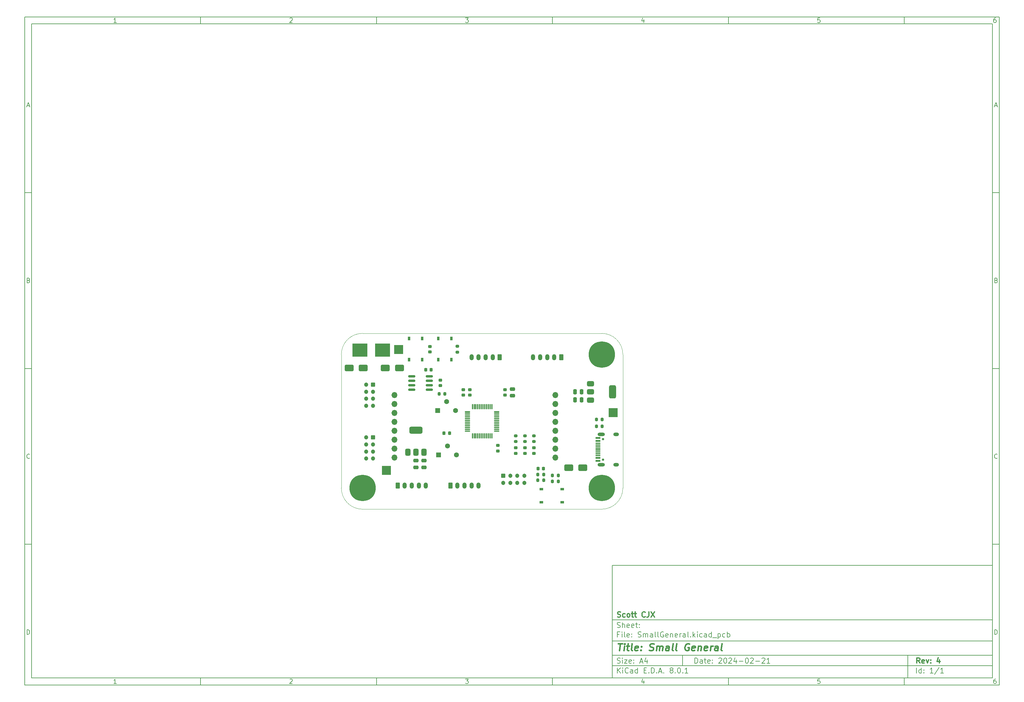
<source format=gbr>
%TF.GenerationSoftware,KiCad,Pcbnew,8.0.1*%
%TF.CreationDate,2024-03-19T23:03:32+08:00*%
%TF.ProjectId,SmallGeneral,536d616c-6c47-4656-9e65-72616c2e6b69,4*%
%TF.SameCoordinates,Original*%
%TF.FileFunction,Soldermask,Top*%
%TF.FilePolarity,Negative*%
%FSLAX46Y46*%
G04 Gerber Fmt 4.6, Leading zero omitted, Abs format (unit mm)*
G04 Created by KiCad (PCBNEW 8.0.1) date 2024-03-19 23:03:32*
%MOMM*%
%LPD*%
G01*
G04 APERTURE LIST*
G04 Aperture macros list*
%AMRoundRect*
0 Rectangle with rounded corners*
0 $1 Rounding radius*
0 $2 $3 $4 $5 $6 $7 $8 $9 X,Y pos of 4 corners*
0 Add a 4 corners polygon primitive as box body*
4,1,4,$2,$3,$4,$5,$6,$7,$8,$9,$2,$3,0*
0 Add four circle primitives for the rounded corners*
1,1,$1+$1,$2,$3*
1,1,$1+$1,$4,$5*
1,1,$1+$1,$6,$7*
1,1,$1+$1,$8,$9*
0 Add four rect primitives between the rounded corners*
20,1,$1+$1,$2,$3,$4,$5,0*
20,1,$1+$1,$4,$5,$6,$7,0*
20,1,$1+$1,$6,$7,$8,$9,0*
20,1,$1+$1,$8,$9,$2,$3,0*%
G04 Aperture macros list end*
%ADD10C,0.100000*%
%ADD11C,0.150000*%
%ADD12C,0.300000*%
%ADD13C,0.400000*%
%ADD14RoundRect,0.250000X0.475000X-0.250000X0.475000X0.250000X-0.475000X0.250000X-0.475000X-0.250000X0*%
%ADD15RoundRect,0.250000X-0.475000X0.250000X-0.475000X-0.250000X0.475000X-0.250000X0.475000X0.250000X0*%
%ADD16RoundRect,0.200000X0.200000X0.275000X-0.200000X0.275000X-0.200000X-0.275000X0.200000X-0.275000X0*%
%ADD17RoundRect,0.250000X-1.000000X-0.650000X1.000000X-0.650000X1.000000X0.650000X-1.000000X0.650000X0*%
%ADD18RoundRect,0.075000X-0.662500X-0.075000X0.662500X-0.075000X0.662500X0.075000X-0.662500X0.075000X0*%
%ADD19RoundRect,0.075000X-0.075000X-0.662500X0.075000X-0.662500X0.075000X0.662500X-0.075000X0.662500X0*%
%ADD20RoundRect,0.225000X0.225000X0.250000X-0.225000X0.250000X-0.225000X-0.250000X0.225000X-0.250000X0*%
%ADD21RoundRect,0.225000X-0.250000X0.225000X-0.250000X-0.225000X0.250000X-0.225000X0.250000X0.225000X0*%
%ADD22RoundRect,0.225000X0.250000X-0.225000X0.250000X0.225000X-0.250000X0.225000X-0.250000X-0.225000X0*%
%ADD23RoundRect,0.218750X-0.256250X0.218750X-0.256250X-0.218750X0.256250X-0.218750X0.256250X0.218750X0*%
%ADD24RoundRect,0.225000X-0.225000X-0.250000X0.225000X-0.250000X0.225000X0.250000X-0.225000X0.250000X0*%
%ADD25C,1.200000*%
%ADD26RoundRect,0.250000X-0.350000X0.350000X-0.350000X-0.350000X0.350000X-0.350000X0.350000X0.350000X0*%
%ADD27RoundRect,0.250000X-0.350000X-0.625000X0.350000X-0.625000X0.350000X0.625000X-0.350000X0.625000X0*%
%ADD28O,1.200000X1.750000*%
%ADD29RoundRect,0.250000X-0.350000X-0.350000X0.350000X-0.350000X0.350000X0.350000X-0.350000X0.350000X0*%
%ADD30RoundRect,0.250000X0.350000X0.625000X-0.350000X0.625000X-0.350000X-0.625000X0.350000X-0.625000X0*%
%ADD31C,4.700000*%
%ADD32C,7.500000*%
%ADD33O,1.700000X1.700000*%
%ADD34R,2.500000X2.500000*%
%ADD35RoundRect,0.150000X0.825000X0.150000X-0.825000X0.150000X-0.825000X-0.150000X0.825000X-0.150000X0*%
%ADD36R,0.750000X1.000000*%
%ADD37RoundRect,0.102000X-0.611000X-0.611000X0.611000X-0.611000X0.611000X0.611000X-0.611000X0.611000X0*%
%ADD38C,1.426000*%
%ADD39RoundRect,0.375000X0.375000X-0.625000X0.375000X0.625000X-0.375000X0.625000X-0.375000X-0.625000X0*%
%ADD40RoundRect,0.500000X1.400000X-0.500000X1.400000X0.500000X-1.400000X0.500000X-1.400000X-0.500000X0*%
%ADD41RoundRect,0.200000X0.275000X-0.200000X0.275000X0.200000X-0.275000X0.200000X-0.275000X-0.200000X0*%
%ADD42R,4.240000X3.810000*%
%ADD43C,0.650000*%
%ADD44R,1.450000X0.600000*%
%ADD45R,1.450000X0.300000*%
%ADD46O,2.100000X1.000000*%
%ADD47O,1.600000X1.000000*%
%ADD48R,1.000000X0.750000*%
%ADD49RoundRect,0.200000X-0.200000X-0.275000X0.200000X-0.275000X0.200000X0.275000X-0.200000X0.275000X0*%
%ADD50RoundRect,0.250000X0.250000X0.475000X-0.250000X0.475000X-0.250000X-0.475000X0.250000X-0.475000X0*%
%ADD51RoundRect,0.250000X1.000000X0.650000X-1.000000X0.650000X-1.000000X-0.650000X1.000000X-0.650000X0*%
%ADD52RoundRect,0.375000X-0.625000X-0.375000X0.625000X-0.375000X0.625000X0.375000X-0.625000X0.375000X0*%
%ADD53RoundRect,0.500000X-0.500000X-1.400000X0.500000X-1.400000X0.500000X1.400000X-0.500000X1.400000X0*%
%TA.AperFunction,Profile*%
%ADD54C,0.100000*%
%TD*%
G04 APERTURE END LIST*
D10*
D11*
X177002200Y-166007200D02*
X285002200Y-166007200D01*
X285002200Y-198007200D01*
X177002200Y-198007200D01*
X177002200Y-166007200D01*
D10*
D11*
X10000000Y-10000000D02*
X287002200Y-10000000D01*
X287002200Y-200007200D01*
X10000000Y-200007200D01*
X10000000Y-10000000D01*
D10*
D11*
X12000000Y-12000000D02*
X285002200Y-12000000D01*
X285002200Y-198007200D01*
X12000000Y-198007200D01*
X12000000Y-12000000D01*
D10*
D11*
X60000000Y-12000000D02*
X60000000Y-10000000D01*
D10*
D11*
X110000000Y-12000000D02*
X110000000Y-10000000D01*
D10*
D11*
X160000000Y-12000000D02*
X160000000Y-10000000D01*
D10*
D11*
X210000000Y-12000000D02*
X210000000Y-10000000D01*
D10*
D11*
X260000000Y-12000000D02*
X260000000Y-10000000D01*
D10*
D11*
X36089160Y-11593604D02*
X35346303Y-11593604D01*
X35717731Y-11593604D02*
X35717731Y-10293604D01*
X35717731Y-10293604D02*
X35593922Y-10479319D01*
X35593922Y-10479319D02*
X35470112Y-10603128D01*
X35470112Y-10603128D02*
X35346303Y-10665033D01*
D10*
D11*
X85346303Y-10417414D02*
X85408207Y-10355509D01*
X85408207Y-10355509D02*
X85532017Y-10293604D01*
X85532017Y-10293604D02*
X85841541Y-10293604D01*
X85841541Y-10293604D02*
X85965350Y-10355509D01*
X85965350Y-10355509D02*
X86027255Y-10417414D01*
X86027255Y-10417414D02*
X86089160Y-10541223D01*
X86089160Y-10541223D02*
X86089160Y-10665033D01*
X86089160Y-10665033D02*
X86027255Y-10850747D01*
X86027255Y-10850747D02*
X85284398Y-11593604D01*
X85284398Y-11593604D02*
X86089160Y-11593604D01*
D10*
D11*
X135284398Y-10293604D02*
X136089160Y-10293604D01*
X136089160Y-10293604D02*
X135655826Y-10788842D01*
X135655826Y-10788842D02*
X135841541Y-10788842D01*
X135841541Y-10788842D02*
X135965350Y-10850747D01*
X135965350Y-10850747D02*
X136027255Y-10912652D01*
X136027255Y-10912652D02*
X136089160Y-11036461D01*
X136089160Y-11036461D02*
X136089160Y-11345985D01*
X136089160Y-11345985D02*
X136027255Y-11469795D01*
X136027255Y-11469795D02*
X135965350Y-11531700D01*
X135965350Y-11531700D02*
X135841541Y-11593604D01*
X135841541Y-11593604D02*
X135470112Y-11593604D01*
X135470112Y-11593604D02*
X135346303Y-11531700D01*
X135346303Y-11531700D02*
X135284398Y-11469795D01*
D10*
D11*
X185965350Y-10726938D02*
X185965350Y-11593604D01*
X185655826Y-10231700D02*
X185346303Y-11160271D01*
X185346303Y-11160271D02*
X186151064Y-11160271D01*
D10*
D11*
X236027255Y-10293604D02*
X235408207Y-10293604D01*
X235408207Y-10293604D02*
X235346303Y-10912652D01*
X235346303Y-10912652D02*
X235408207Y-10850747D01*
X235408207Y-10850747D02*
X235532017Y-10788842D01*
X235532017Y-10788842D02*
X235841541Y-10788842D01*
X235841541Y-10788842D02*
X235965350Y-10850747D01*
X235965350Y-10850747D02*
X236027255Y-10912652D01*
X236027255Y-10912652D02*
X236089160Y-11036461D01*
X236089160Y-11036461D02*
X236089160Y-11345985D01*
X236089160Y-11345985D02*
X236027255Y-11469795D01*
X236027255Y-11469795D02*
X235965350Y-11531700D01*
X235965350Y-11531700D02*
X235841541Y-11593604D01*
X235841541Y-11593604D02*
X235532017Y-11593604D01*
X235532017Y-11593604D02*
X235408207Y-11531700D01*
X235408207Y-11531700D02*
X235346303Y-11469795D01*
D10*
D11*
X285965350Y-10293604D02*
X285717731Y-10293604D01*
X285717731Y-10293604D02*
X285593922Y-10355509D01*
X285593922Y-10355509D02*
X285532017Y-10417414D01*
X285532017Y-10417414D02*
X285408207Y-10603128D01*
X285408207Y-10603128D02*
X285346303Y-10850747D01*
X285346303Y-10850747D02*
X285346303Y-11345985D01*
X285346303Y-11345985D02*
X285408207Y-11469795D01*
X285408207Y-11469795D02*
X285470112Y-11531700D01*
X285470112Y-11531700D02*
X285593922Y-11593604D01*
X285593922Y-11593604D02*
X285841541Y-11593604D01*
X285841541Y-11593604D02*
X285965350Y-11531700D01*
X285965350Y-11531700D02*
X286027255Y-11469795D01*
X286027255Y-11469795D02*
X286089160Y-11345985D01*
X286089160Y-11345985D02*
X286089160Y-11036461D01*
X286089160Y-11036461D02*
X286027255Y-10912652D01*
X286027255Y-10912652D02*
X285965350Y-10850747D01*
X285965350Y-10850747D02*
X285841541Y-10788842D01*
X285841541Y-10788842D02*
X285593922Y-10788842D01*
X285593922Y-10788842D02*
X285470112Y-10850747D01*
X285470112Y-10850747D02*
X285408207Y-10912652D01*
X285408207Y-10912652D02*
X285346303Y-11036461D01*
D10*
D11*
X60000000Y-198007200D02*
X60000000Y-200007200D01*
D10*
D11*
X110000000Y-198007200D02*
X110000000Y-200007200D01*
D10*
D11*
X160000000Y-198007200D02*
X160000000Y-200007200D01*
D10*
D11*
X210000000Y-198007200D02*
X210000000Y-200007200D01*
D10*
D11*
X260000000Y-198007200D02*
X260000000Y-200007200D01*
D10*
D11*
X36089160Y-199600804D02*
X35346303Y-199600804D01*
X35717731Y-199600804D02*
X35717731Y-198300804D01*
X35717731Y-198300804D02*
X35593922Y-198486519D01*
X35593922Y-198486519D02*
X35470112Y-198610328D01*
X35470112Y-198610328D02*
X35346303Y-198672233D01*
D10*
D11*
X85346303Y-198424614D02*
X85408207Y-198362709D01*
X85408207Y-198362709D02*
X85532017Y-198300804D01*
X85532017Y-198300804D02*
X85841541Y-198300804D01*
X85841541Y-198300804D02*
X85965350Y-198362709D01*
X85965350Y-198362709D02*
X86027255Y-198424614D01*
X86027255Y-198424614D02*
X86089160Y-198548423D01*
X86089160Y-198548423D02*
X86089160Y-198672233D01*
X86089160Y-198672233D02*
X86027255Y-198857947D01*
X86027255Y-198857947D02*
X85284398Y-199600804D01*
X85284398Y-199600804D02*
X86089160Y-199600804D01*
D10*
D11*
X135284398Y-198300804D02*
X136089160Y-198300804D01*
X136089160Y-198300804D02*
X135655826Y-198796042D01*
X135655826Y-198796042D02*
X135841541Y-198796042D01*
X135841541Y-198796042D02*
X135965350Y-198857947D01*
X135965350Y-198857947D02*
X136027255Y-198919852D01*
X136027255Y-198919852D02*
X136089160Y-199043661D01*
X136089160Y-199043661D02*
X136089160Y-199353185D01*
X136089160Y-199353185D02*
X136027255Y-199476995D01*
X136027255Y-199476995D02*
X135965350Y-199538900D01*
X135965350Y-199538900D02*
X135841541Y-199600804D01*
X135841541Y-199600804D02*
X135470112Y-199600804D01*
X135470112Y-199600804D02*
X135346303Y-199538900D01*
X135346303Y-199538900D02*
X135284398Y-199476995D01*
D10*
D11*
X185965350Y-198734138D02*
X185965350Y-199600804D01*
X185655826Y-198238900D02*
X185346303Y-199167471D01*
X185346303Y-199167471D02*
X186151064Y-199167471D01*
D10*
D11*
X236027255Y-198300804D02*
X235408207Y-198300804D01*
X235408207Y-198300804D02*
X235346303Y-198919852D01*
X235346303Y-198919852D02*
X235408207Y-198857947D01*
X235408207Y-198857947D02*
X235532017Y-198796042D01*
X235532017Y-198796042D02*
X235841541Y-198796042D01*
X235841541Y-198796042D02*
X235965350Y-198857947D01*
X235965350Y-198857947D02*
X236027255Y-198919852D01*
X236027255Y-198919852D02*
X236089160Y-199043661D01*
X236089160Y-199043661D02*
X236089160Y-199353185D01*
X236089160Y-199353185D02*
X236027255Y-199476995D01*
X236027255Y-199476995D02*
X235965350Y-199538900D01*
X235965350Y-199538900D02*
X235841541Y-199600804D01*
X235841541Y-199600804D02*
X235532017Y-199600804D01*
X235532017Y-199600804D02*
X235408207Y-199538900D01*
X235408207Y-199538900D02*
X235346303Y-199476995D01*
D10*
D11*
X285965350Y-198300804D02*
X285717731Y-198300804D01*
X285717731Y-198300804D02*
X285593922Y-198362709D01*
X285593922Y-198362709D02*
X285532017Y-198424614D01*
X285532017Y-198424614D02*
X285408207Y-198610328D01*
X285408207Y-198610328D02*
X285346303Y-198857947D01*
X285346303Y-198857947D02*
X285346303Y-199353185D01*
X285346303Y-199353185D02*
X285408207Y-199476995D01*
X285408207Y-199476995D02*
X285470112Y-199538900D01*
X285470112Y-199538900D02*
X285593922Y-199600804D01*
X285593922Y-199600804D02*
X285841541Y-199600804D01*
X285841541Y-199600804D02*
X285965350Y-199538900D01*
X285965350Y-199538900D02*
X286027255Y-199476995D01*
X286027255Y-199476995D02*
X286089160Y-199353185D01*
X286089160Y-199353185D02*
X286089160Y-199043661D01*
X286089160Y-199043661D02*
X286027255Y-198919852D01*
X286027255Y-198919852D02*
X285965350Y-198857947D01*
X285965350Y-198857947D02*
X285841541Y-198796042D01*
X285841541Y-198796042D02*
X285593922Y-198796042D01*
X285593922Y-198796042D02*
X285470112Y-198857947D01*
X285470112Y-198857947D02*
X285408207Y-198919852D01*
X285408207Y-198919852D02*
X285346303Y-199043661D01*
D10*
D11*
X10000000Y-60000000D02*
X12000000Y-60000000D01*
D10*
D11*
X10000000Y-110000000D02*
X12000000Y-110000000D01*
D10*
D11*
X10000000Y-160000000D02*
X12000000Y-160000000D01*
D10*
D11*
X10690476Y-35222176D02*
X11309523Y-35222176D01*
X10566666Y-35593604D02*
X10999999Y-34293604D01*
X10999999Y-34293604D02*
X11433333Y-35593604D01*
D10*
D11*
X11092857Y-84912652D02*
X11278571Y-84974557D01*
X11278571Y-84974557D02*
X11340476Y-85036461D01*
X11340476Y-85036461D02*
X11402380Y-85160271D01*
X11402380Y-85160271D02*
X11402380Y-85345985D01*
X11402380Y-85345985D02*
X11340476Y-85469795D01*
X11340476Y-85469795D02*
X11278571Y-85531700D01*
X11278571Y-85531700D02*
X11154761Y-85593604D01*
X11154761Y-85593604D02*
X10659523Y-85593604D01*
X10659523Y-85593604D02*
X10659523Y-84293604D01*
X10659523Y-84293604D02*
X11092857Y-84293604D01*
X11092857Y-84293604D02*
X11216666Y-84355509D01*
X11216666Y-84355509D02*
X11278571Y-84417414D01*
X11278571Y-84417414D02*
X11340476Y-84541223D01*
X11340476Y-84541223D02*
X11340476Y-84665033D01*
X11340476Y-84665033D02*
X11278571Y-84788842D01*
X11278571Y-84788842D02*
X11216666Y-84850747D01*
X11216666Y-84850747D02*
X11092857Y-84912652D01*
X11092857Y-84912652D02*
X10659523Y-84912652D01*
D10*
D11*
X11402380Y-135469795D02*
X11340476Y-135531700D01*
X11340476Y-135531700D02*
X11154761Y-135593604D01*
X11154761Y-135593604D02*
X11030952Y-135593604D01*
X11030952Y-135593604D02*
X10845238Y-135531700D01*
X10845238Y-135531700D02*
X10721428Y-135407890D01*
X10721428Y-135407890D02*
X10659523Y-135284080D01*
X10659523Y-135284080D02*
X10597619Y-135036461D01*
X10597619Y-135036461D02*
X10597619Y-134850747D01*
X10597619Y-134850747D02*
X10659523Y-134603128D01*
X10659523Y-134603128D02*
X10721428Y-134479319D01*
X10721428Y-134479319D02*
X10845238Y-134355509D01*
X10845238Y-134355509D02*
X11030952Y-134293604D01*
X11030952Y-134293604D02*
X11154761Y-134293604D01*
X11154761Y-134293604D02*
X11340476Y-134355509D01*
X11340476Y-134355509D02*
X11402380Y-134417414D01*
D10*
D11*
X10659523Y-185593604D02*
X10659523Y-184293604D01*
X10659523Y-184293604D02*
X10969047Y-184293604D01*
X10969047Y-184293604D02*
X11154761Y-184355509D01*
X11154761Y-184355509D02*
X11278571Y-184479319D01*
X11278571Y-184479319D02*
X11340476Y-184603128D01*
X11340476Y-184603128D02*
X11402380Y-184850747D01*
X11402380Y-184850747D02*
X11402380Y-185036461D01*
X11402380Y-185036461D02*
X11340476Y-185284080D01*
X11340476Y-185284080D02*
X11278571Y-185407890D01*
X11278571Y-185407890D02*
X11154761Y-185531700D01*
X11154761Y-185531700D02*
X10969047Y-185593604D01*
X10969047Y-185593604D02*
X10659523Y-185593604D01*
D10*
D11*
X287002200Y-60000000D02*
X285002200Y-60000000D01*
D10*
D11*
X287002200Y-110000000D02*
X285002200Y-110000000D01*
D10*
D11*
X287002200Y-160000000D02*
X285002200Y-160000000D01*
D10*
D11*
X285692676Y-35222176D02*
X286311723Y-35222176D01*
X285568866Y-35593604D02*
X286002199Y-34293604D01*
X286002199Y-34293604D02*
X286435533Y-35593604D01*
D10*
D11*
X286095057Y-84912652D02*
X286280771Y-84974557D01*
X286280771Y-84974557D02*
X286342676Y-85036461D01*
X286342676Y-85036461D02*
X286404580Y-85160271D01*
X286404580Y-85160271D02*
X286404580Y-85345985D01*
X286404580Y-85345985D02*
X286342676Y-85469795D01*
X286342676Y-85469795D02*
X286280771Y-85531700D01*
X286280771Y-85531700D02*
X286156961Y-85593604D01*
X286156961Y-85593604D02*
X285661723Y-85593604D01*
X285661723Y-85593604D02*
X285661723Y-84293604D01*
X285661723Y-84293604D02*
X286095057Y-84293604D01*
X286095057Y-84293604D02*
X286218866Y-84355509D01*
X286218866Y-84355509D02*
X286280771Y-84417414D01*
X286280771Y-84417414D02*
X286342676Y-84541223D01*
X286342676Y-84541223D02*
X286342676Y-84665033D01*
X286342676Y-84665033D02*
X286280771Y-84788842D01*
X286280771Y-84788842D02*
X286218866Y-84850747D01*
X286218866Y-84850747D02*
X286095057Y-84912652D01*
X286095057Y-84912652D02*
X285661723Y-84912652D01*
D10*
D11*
X286404580Y-135469795D02*
X286342676Y-135531700D01*
X286342676Y-135531700D02*
X286156961Y-135593604D01*
X286156961Y-135593604D02*
X286033152Y-135593604D01*
X286033152Y-135593604D02*
X285847438Y-135531700D01*
X285847438Y-135531700D02*
X285723628Y-135407890D01*
X285723628Y-135407890D02*
X285661723Y-135284080D01*
X285661723Y-135284080D02*
X285599819Y-135036461D01*
X285599819Y-135036461D02*
X285599819Y-134850747D01*
X285599819Y-134850747D02*
X285661723Y-134603128D01*
X285661723Y-134603128D02*
X285723628Y-134479319D01*
X285723628Y-134479319D02*
X285847438Y-134355509D01*
X285847438Y-134355509D02*
X286033152Y-134293604D01*
X286033152Y-134293604D02*
X286156961Y-134293604D01*
X286156961Y-134293604D02*
X286342676Y-134355509D01*
X286342676Y-134355509D02*
X286404580Y-134417414D01*
D10*
D11*
X285661723Y-185593604D02*
X285661723Y-184293604D01*
X285661723Y-184293604D02*
X285971247Y-184293604D01*
X285971247Y-184293604D02*
X286156961Y-184355509D01*
X286156961Y-184355509D02*
X286280771Y-184479319D01*
X286280771Y-184479319D02*
X286342676Y-184603128D01*
X286342676Y-184603128D02*
X286404580Y-184850747D01*
X286404580Y-184850747D02*
X286404580Y-185036461D01*
X286404580Y-185036461D02*
X286342676Y-185284080D01*
X286342676Y-185284080D02*
X286280771Y-185407890D01*
X286280771Y-185407890D02*
X286156961Y-185531700D01*
X286156961Y-185531700D02*
X285971247Y-185593604D01*
X285971247Y-185593604D02*
X285661723Y-185593604D01*
D10*
D11*
X200458026Y-193793328D02*
X200458026Y-192293328D01*
X200458026Y-192293328D02*
X200815169Y-192293328D01*
X200815169Y-192293328D02*
X201029455Y-192364757D01*
X201029455Y-192364757D02*
X201172312Y-192507614D01*
X201172312Y-192507614D02*
X201243741Y-192650471D01*
X201243741Y-192650471D02*
X201315169Y-192936185D01*
X201315169Y-192936185D02*
X201315169Y-193150471D01*
X201315169Y-193150471D02*
X201243741Y-193436185D01*
X201243741Y-193436185D02*
X201172312Y-193579042D01*
X201172312Y-193579042D02*
X201029455Y-193721900D01*
X201029455Y-193721900D02*
X200815169Y-193793328D01*
X200815169Y-193793328D02*
X200458026Y-193793328D01*
X202600884Y-193793328D02*
X202600884Y-193007614D01*
X202600884Y-193007614D02*
X202529455Y-192864757D01*
X202529455Y-192864757D02*
X202386598Y-192793328D01*
X202386598Y-192793328D02*
X202100884Y-192793328D01*
X202100884Y-192793328D02*
X201958026Y-192864757D01*
X202600884Y-193721900D02*
X202458026Y-193793328D01*
X202458026Y-193793328D02*
X202100884Y-193793328D01*
X202100884Y-193793328D02*
X201958026Y-193721900D01*
X201958026Y-193721900D02*
X201886598Y-193579042D01*
X201886598Y-193579042D02*
X201886598Y-193436185D01*
X201886598Y-193436185D02*
X201958026Y-193293328D01*
X201958026Y-193293328D02*
X202100884Y-193221900D01*
X202100884Y-193221900D02*
X202458026Y-193221900D01*
X202458026Y-193221900D02*
X202600884Y-193150471D01*
X203100884Y-192793328D02*
X203672312Y-192793328D01*
X203315169Y-192293328D02*
X203315169Y-193579042D01*
X203315169Y-193579042D02*
X203386598Y-193721900D01*
X203386598Y-193721900D02*
X203529455Y-193793328D01*
X203529455Y-193793328D02*
X203672312Y-193793328D01*
X204743741Y-193721900D02*
X204600884Y-193793328D01*
X204600884Y-193793328D02*
X204315170Y-193793328D01*
X204315170Y-193793328D02*
X204172312Y-193721900D01*
X204172312Y-193721900D02*
X204100884Y-193579042D01*
X204100884Y-193579042D02*
X204100884Y-193007614D01*
X204100884Y-193007614D02*
X204172312Y-192864757D01*
X204172312Y-192864757D02*
X204315170Y-192793328D01*
X204315170Y-192793328D02*
X204600884Y-192793328D01*
X204600884Y-192793328D02*
X204743741Y-192864757D01*
X204743741Y-192864757D02*
X204815170Y-193007614D01*
X204815170Y-193007614D02*
X204815170Y-193150471D01*
X204815170Y-193150471D02*
X204100884Y-193293328D01*
X205458026Y-193650471D02*
X205529455Y-193721900D01*
X205529455Y-193721900D02*
X205458026Y-193793328D01*
X205458026Y-193793328D02*
X205386598Y-193721900D01*
X205386598Y-193721900D02*
X205458026Y-193650471D01*
X205458026Y-193650471D02*
X205458026Y-193793328D01*
X205458026Y-192864757D02*
X205529455Y-192936185D01*
X205529455Y-192936185D02*
X205458026Y-193007614D01*
X205458026Y-193007614D02*
X205386598Y-192936185D01*
X205386598Y-192936185D02*
X205458026Y-192864757D01*
X205458026Y-192864757D02*
X205458026Y-193007614D01*
X207243741Y-192436185D02*
X207315169Y-192364757D01*
X207315169Y-192364757D02*
X207458027Y-192293328D01*
X207458027Y-192293328D02*
X207815169Y-192293328D01*
X207815169Y-192293328D02*
X207958027Y-192364757D01*
X207958027Y-192364757D02*
X208029455Y-192436185D01*
X208029455Y-192436185D02*
X208100884Y-192579042D01*
X208100884Y-192579042D02*
X208100884Y-192721900D01*
X208100884Y-192721900D02*
X208029455Y-192936185D01*
X208029455Y-192936185D02*
X207172312Y-193793328D01*
X207172312Y-193793328D02*
X208100884Y-193793328D01*
X209029455Y-192293328D02*
X209172312Y-192293328D01*
X209172312Y-192293328D02*
X209315169Y-192364757D01*
X209315169Y-192364757D02*
X209386598Y-192436185D01*
X209386598Y-192436185D02*
X209458026Y-192579042D01*
X209458026Y-192579042D02*
X209529455Y-192864757D01*
X209529455Y-192864757D02*
X209529455Y-193221900D01*
X209529455Y-193221900D02*
X209458026Y-193507614D01*
X209458026Y-193507614D02*
X209386598Y-193650471D01*
X209386598Y-193650471D02*
X209315169Y-193721900D01*
X209315169Y-193721900D02*
X209172312Y-193793328D01*
X209172312Y-193793328D02*
X209029455Y-193793328D01*
X209029455Y-193793328D02*
X208886598Y-193721900D01*
X208886598Y-193721900D02*
X208815169Y-193650471D01*
X208815169Y-193650471D02*
X208743740Y-193507614D01*
X208743740Y-193507614D02*
X208672312Y-193221900D01*
X208672312Y-193221900D02*
X208672312Y-192864757D01*
X208672312Y-192864757D02*
X208743740Y-192579042D01*
X208743740Y-192579042D02*
X208815169Y-192436185D01*
X208815169Y-192436185D02*
X208886598Y-192364757D01*
X208886598Y-192364757D02*
X209029455Y-192293328D01*
X210100883Y-192436185D02*
X210172311Y-192364757D01*
X210172311Y-192364757D02*
X210315169Y-192293328D01*
X210315169Y-192293328D02*
X210672311Y-192293328D01*
X210672311Y-192293328D02*
X210815169Y-192364757D01*
X210815169Y-192364757D02*
X210886597Y-192436185D01*
X210886597Y-192436185D02*
X210958026Y-192579042D01*
X210958026Y-192579042D02*
X210958026Y-192721900D01*
X210958026Y-192721900D02*
X210886597Y-192936185D01*
X210886597Y-192936185D02*
X210029454Y-193793328D01*
X210029454Y-193793328D02*
X210958026Y-193793328D01*
X212243740Y-192793328D02*
X212243740Y-193793328D01*
X211886597Y-192221900D02*
X211529454Y-193293328D01*
X211529454Y-193293328D02*
X212458025Y-193293328D01*
X213029453Y-193221900D02*
X214172311Y-193221900D01*
X215172311Y-192293328D02*
X215315168Y-192293328D01*
X215315168Y-192293328D02*
X215458025Y-192364757D01*
X215458025Y-192364757D02*
X215529454Y-192436185D01*
X215529454Y-192436185D02*
X215600882Y-192579042D01*
X215600882Y-192579042D02*
X215672311Y-192864757D01*
X215672311Y-192864757D02*
X215672311Y-193221900D01*
X215672311Y-193221900D02*
X215600882Y-193507614D01*
X215600882Y-193507614D02*
X215529454Y-193650471D01*
X215529454Y-193650471D02*
X215458025Y-193721900D01*
X215458025Y-193721900D02*
X215315168Y-193793328D01*
X215315168Y-193793328D02*
X215172311Y-193793328D01*
X215172311Y-193793328D02*
X215029454Y-193721900D01*
X215029454Y-193721900D02*
X214958025Y-193650471D01*
X214958025Y-193650471D02*
X214886596Y-193507614D01*
X214886596Y-193507614D02*
X214815168Y-193221900D01*
X214815168Y-193221900D02*
X214815168Y-192864757D01*
X214815168Y-192864757D02*
X214886596Y-192579042D01*
X214886596Y-192579042D02*
X214958025Y-192436185D01*
X214958025Y-192436185D02*
X215029454Y-192364757D01*
X215029454Y-192364757D02*
X215172311Y-192293328D01*
X216243739Y-192436185D02*
X216315167Y-192364757D01*
X216315167Y-192364757D02*
X216458025Y-192293328D01*
X216458025Y-192293328D02*
X216815167Y-192293328D01*
X216815167Y-192293328D02*
X216958025Y-192364757D01*
X216958025Y-192364757D02*
X217029453Y-192436185D01*
X217029453Y-192436185D02*
X217100882Y-192579042D01*
X217100882Y-192579042D02*
X217100882Y-192721900D01*
X217100882Y-192721900D02*
X217029453Y-192936185D01*
X217029453Y-192936185D02*
X216172310Y-193793328D01*
X216172310Y-193793328D02*
X217100882Y-193793328D01*
X217743738Y-193221900D02*
X218886596Y-193221900D01*
X219529453Y-192436185D02*
X219600881Y-192364757D01*
X219600881Y-192364757D02*
X219743739Y-192293328D01*
X219743739Y-192293328D02*
X220100881Y-192293328D01*
X220100881Y-192293328D02*
X220243739Y-192364757D01*
X220243739Y-192364757D02*
X220315167Y-192436185D01*
X220315167Y-192436185D02*
X220386596Y-192579042D01*
X220386596Y-192579042D02*
X220386596Y-192721900D01*
X220386596Y-192721900D02*
X220315167Y-192936185D01*
X220315167Y-192936185D02*
X219458024Y-193793328D01*
X219458024Y-193793328D02*
X220386596Y-193793328D01*
X221815167Y-193793328D02*
X220958024Y-193793328D01*
X221386595Y-193793328D02*
X221386595Y-192293328D01*
X221386595Y-192293328D02*
X221243738Y-192507614D01*
X221243738Y-192507614D02*
X221100881Y-192650471D01*
X221100881Y-192650471D02*
X220958024Y-192721900D01*
D10*
D11*
X177002200Y-194507200D02*
X285002200Y-194507200D01*
D10*
D11*
X178458026Y-196593328D02*
X178458026Y-195093328D01*
X179315169Y-196593328D02*
X178672312Y-195736185D01*
X179315169Y-195093328D02*
X178458026Y-195950471D01*
X179958026Y-196593328D02*
X179958026Y-195593328D01*
X179958026Y-195093328D02*
X179886598Y-195164757D01*
X179886598Y-195164757D02*
X179958026Y-195236185D01*
X179958026Y-195236185D02*
X180029455Y-195164757D01*
X180029455Y-195164757D02*
X179958026Y-195093328D01*
X179958026Y-195093328D02*
X179958026Y-195236185D01*
X181529455Y-196450471D02*
X181458027Y-196521900D01*
X181458027Y-196521900D02*
X181243741Y-196593328D01*
X181243741Y-196593328D02*
X181100884Y-196593328D01*
X181100884Y-196593328D02*
X180886598Y-196521900D01*
X180886598Y-196521900D02*
X180743741Y-196379042D01*
X180743741Y-196379042D02*
X180672312Y-196236185D01*
X180672312Y-196236185D02*
X180600884Y-195950471D01*
X180600884Y-195950471D02*
X180600884Y-195736185D01*
X180600884Y-195736185D02*
X180672312Y-195450471D01*
X180672312Y-195450471D02*
X180743741Y-195307614D01*
X180743741Y-195307614D02*
X180886598Y-195164757D01*
X180886598Y-195164757D02*
X181100884Y-195093328D01*
X181100884Y-195093328D02*
X181243741Y-195093328D01*
X181243741Y-195093328D02*
X181458027Y-195164757D01*
X181458027Y-195164757D02*
X181529455Y-195236185D01*
X182815170Y-196593328D02*
X182815170Y-195807614D01*
X182815170Y-195807614D02*
X182743741Y-195664757D01*
X182743741Y-195664757D02*
X182600884Y-195593328D01*
X182600884Y-195593328D02*
X182315170Y-195593328D01*
X182315170Y-195593328D02*
X182172312Y-195664757D01*
X182815170Y-196521900D02*
X182672312Y-196593328D01*
X182672312Y-196593328D02*
X182315170Y-196593328D01*
X182315170Y-196593328D02*
X182172312Y-196521900D01*
X182172312Y-196521900D02*
X182100884Y-196379042D01*
X182100884Y-196379042D02*
X182100884Y-196236185D01*
X182100884Y-196236185D02*
X182172312Y-196093328D01*
X182172312Y-196093328D02*
X182315170Y-196021900D01*
X182315170Y-196021900D02*
X182672312Y-196021900D01*
X182672312Y-196021900D02*
X182815170Y-195950471D01*
X184172313Y-196593328D02*
X184172313Y-195093328D01*
X184172313Y-196521900D02*
X184029455Y-196593328D01*
X184029455Y-196593328D02*
X183743741Y-196593328D01*
X183743741Y-196593328D02*
X183600884Y-196521900D01*
X183600884Y-196521900D02*
X183529455Y-196450471D01*
X183529455Y-196450471D02*
X183458027Y-196307614D01*
X183458027Y-196307614D02*
X183458027Y-195879042D01*
X183458027Y-195879042D02*
X183529455Y-195736185D01*
X183529455Y-195736185D02*
X183600884Y-195664757D01*
X183600884Y-195664757D02*
X183743741Y-195593328D01*
X183743741Y-195593328D02*
X184029455Y-195593328D01*
X184029455Y-195593328D02*
X184172313Y-195664757D01*
X186029455Y-195807614D02*
X186529455Y-195807614D01*
X186743741Y-196593328D02*
X186029455Y-196593328D01*
X186029455Y-196593328D02*
X186029455Y-195093328D01*
X186029455Y-195093328D02*
X186743741Y-195093328D01*
X187386598Y-196450471D02*
X187458027Y-196521900D01*
X187458027Y-196521900D02*
X187386598Y-196593328D01*
X187386598Y-196593328D02*
X187315170Y-196521900D01*
X187315170Y-196521900D02*
X187386598Y-196450471D01*
X187386598Y-196450471D02*
X187386598Y-196593328D01*
X188100884Y-196593328D02*
X188100884Y-195093328D01*
X188100884Y-195093328D02*
X188458027Y-195093328D01*
X188458027Y-195093328D02*
X188672313Y-195164757D01*
X188672313Y-195164757D02*
X188815170Y-195307614D01*
X188815170Y-195307614D02*
X188886599Y-195450471D01*
X188886599Y-195450471D02*
X188958027Y-195736185D01*
X188958027Y-195736185D02*
X188958027Y-195950471D01*
X188958027Y-195950471D02*
X188886599Y-196236185D01*
X188886599Y-196236185D02*
X188815170Y-196379042D01*
X188815170Y-196379042D02*
X188672313Y-196521900D01*
X188672313Y-196521900D02*
X188458027Y-196593328D01*
X188458027Y-196593328D02*
X188100884Y-196593328D01*
X189600884Y-196450471D02*
X189672313Y-196521900D01*
X189672313Y-196521900D02*
X189600884Y-196593328D01*
X189600884Y-196593328D02*
X189529456Y-196521900D01*
X189529456Y-196521900D02*
X189600884Y-196450471D01*
X189600884Y-196450471D02*
X189600884Y-196593328D01*
X190243742Y-196164757D02*
X190958028Y-196164757D01*
X190100885Y-196593328D02*
X190600885Y-195093328D01*
X190600885Y-195093328D02*
X191100885Y-196593328D01*
X191600884Y-196450471D02*
X191672313Y-196521900D01*
X191672313Y-196521900D02*
X191600884Y-196593328D01*
X191600884Y-196593328D02*
X191529456Y-196521900D01*
X191529456Y-196521900D02*
X191600884Y-196450471D01*
X191600884Y-196450471D02*
X191600884Y-196593328D01*
X193672313Y-195736185D02*
X193529456Y-195664757D01*
X193529456Y-195664757D02*
X193458027Y-195593328D01*
X193458027Y-195593328D02*
X193386599Y-195450471D01*
X193386599Y-195450471D02*
X193386599Y-195379042D01*
X193386599Y-195379042D02*
X193458027Y-195236185D01*
X193458027Y-195236185D02*
X193529456Y-195164757D01*
X193529456Y-195164757D02*
X193672313Y-195093328D01*
X193672313Y-195093328D02*
X193958027Y-195093328D01*
X193958027Y-195093328D02*
X194100885Y-195164757D01*
X194100885Y-195164757D02*
X194172313Y-195236185D01*
X194172313Y-195236185D02*
X194243742Y-195379042D01*
X194243742Y-195379042D02*
X194243742Y-195450471D01*
X194243742Y-195450471D02*
X194172313Y-195593328D01*
X194172313Y-195593328D02*
X194100885Y-195664757D01*
X194100885Y-195664757D02*
X193958027Y-195736185D01*
X193958027Y-195736185D02*
X193672313Y-195736185D01*
X193672313Y-195736185D02*
X193529456Y-195807614D01*
X193529456Y-195807614D02*
X193458027Y-195879042D01*
X193458027Y-195879042D02*
X193386599Y-196021900D01*
X193386599Y-196021900D02*
X193386599Y-196307614D01*
X193386599Y-196307614D02*
X193458027Y-196450471D01*
X193458027Y-196450471D02*
X193529456Y-196521900D01*
X193529456Y-196521900D02*
X193672313Y-196593328D01*
X193672313Y-196593328D02*
X193958027Y-196593328D01*
X193958027Y-196593328D02*
X194100885Y-196521900D01*
X194100885Y-196521900D02*
X194172313Y-196450471D01*
X194172313Y-196450471D02*
X194243742Y-196307614D01*
X194243742Y-196307614D02*
X194243742Y-196021900D01*
X194243742Y-196021900D02*
X194172313Y-195879042D01*
X194172313Y-195879042D02*
X194100885Y-195807614D01*
X194100885Y-195807614D02*
X193958027Y-195736185D01*
X194886598Y-196450471D02*
X194958027Y-196521900D01*
X194958027Y-196521900D02*
X194886598Y-196593328D01*
X194886598Y-196593328D02*
X194815170Y-196521900D01*
X194815170Y-196521900D02*
X194886598Y-196450471D01*
X194886598Y-196450471D02*
X194886598Y-196593328D01*
X195886599Y-195093328D02*
X196029456Y-195093328D01*
X196029456Y-195093328D02*
X196172313Y-195164757D01*
X196172313Y-195164757D02*
X196243742Y-195236185D01*
X196243742Y-195236185D02*
X196315170Y-195379042D01*
X196315170Y-195379042D02*
X196386599Y-195664757D01*
X196386599Y-195664757D02*
X196386599Y-196021900D01*
X196386599Y-196021900D02*
X196315170Y-196307614D01*
X196315170Y-196307614D02*
X196243742Y-196450471D01*
X196243742Y-196450471D02*
X196172313Y-196521900D01*
X196172313Y-196521900D02*
X196029456Y-196593328D01*
X196029456Y-196593328D02*
X195886599Y-196593328D01*
X195886599Y-196593328D02*
X195743742Y-196521900D01*
X195743742Y-196521900D02*
X195672313Y-196450471D01*
X195672313Y-196450471D02*
X195600884Y-196307614D01*
X195600884Y-196307614D02*
X195529456Y-196021900D01*
X195529456Y-196021900D02*
X195529456Y-195664757D01*
X195529456Y-195664757D02*
X195600884Y-195379042D01*
X195600884Y-195379042D02*
X195672313Y-195236185D01*
X195672313Y-195236185D02*
X195743742Y-195164757D01*
X195743742Y-195164757D02*
X195886599Y-195093328D01*
X197029455Y-196450471D02*
X197100884Y-196521900D01*
X197100884Y-196521900D02*
X197029455Y-196593328D01*
X197029455Y-196593328D02*
X196958027Y-196521900D01*
X196958027Y-196521900D02*
X197029455Y-196450471D01*
X197029455Y-196450471D02*
X197029455Y-196593328D01*
X198529456Y-196593328D02*
X197672313Y-196593328D01*
X198100884Y-196593328D02*
X198100884Y-195093328D01*
X198100884Y-195093328D02*
X197958027Y-195307614D01*
X197958027Y-195307614D02*
X197815170Y-195450471D01*
X197815170Y-195450471D02*
X197672313Y-195521900D01*
D10*
D11*
X177002200Y-191507200D02*
X285002200Y-191507200D01*
D10*
D12*
X264413853Y-193785528D02*
X263913853Y-193071242D01*
X263556710Y-193785528D02*
X263556710Y-192285528D01*
X263556710Y-192285528D02*
X264128139Y-192285528D01*
X264128139Y-192285528D02*
X264270996Y-192356957D01*
X264270996Y-192356957D02*
X264342425Y-192428385D01*
X264342425Y-192428385D02*
X264413853Y-192571242D01*
X264413853Y-192571242D02*
X264413853Y-192785528D01*
X264413853Y-192785528D02*
X264342425Y-192928385D01*
X264342425Y-192928385D02*
X264270996Y-192999814D01*
X264270996Y-192999814D02*
X264128139Y-193071242D01*
X264128139Y-193071242D02*
X263556710Y-193071242D01*
X265628139Y-193714100D02*
X265485282Y-193785528D01*
X265485282Y-193785528D02*
X265199568Y-193785528D01*
X265199568Y-193785528D02*
X265056710Y-193714100D01*
X265056710Y-193714100D02*
X264985282Y-193571242D01*
X264985282Y-193571242D02*
X264985282Y-192999814D01*
X264985282Y-192999814D02*
X265056710Y-192856957D01*
X265056710Y-192856957D02*
X265199568Y-192785528D01*
X265199568Y-192785528D02*
X265485282Y-192785528D01*
X265485282Y-192785528D02*
X265628139Y-192856957D01*
X265628139Y-192856957D02*
X265699568Y-192999814D01*
X265699568Y-192999814D02*
X265699568Y-193142671D01*
X265699568Y-193142671D02*
X264985282Y-193285528D01*
X266199567Y-192785528D02*
X266556710Y-193785528D01*
X266556710Y-193785528D02*
X266913853Y-192785528D01*
X267485281Y-193642671D02*
X267556710Y-193714100D01*
X267556710Y-193714100D02*
X267485281Y-193785528D01*
X267485281Y-193785528D02*
X267413853Y-193714100D01*
X267413853Y-193714100D02*
X267485281Y-193642671D01*
X267485281Y-193642671D02*
X267485281Y-193785528D01*
X267485281Y-192856957D02*
X267556710Y-192928385D01*
X267556710Y-192928385D02*
X267485281Y-192999814D01*
X267485281Y-192999814D02*
X267413853Y-192928385D01*
X267413853Y-192928385D02*
X267485281Y-192856957D01*
X267485281Y-192856957D02*
X267485281Y-192999814D01*
X269985282Y-192785528D02*
X269985282Y-193785528D01*
X269628139Y-192214100D02*
X269270996Y-193285528D01*
X269270996Y-193285528D02*
X270199567Y-193285528D01*
D10*
D11*
X178386598Y-193721900D02*
X178600884Y-193793328D01*
X178600884Y-193793328D02*
X178958026Y-193793328D01*
X178958026Y-193793328D02*
X179100884Y-193721900D01*
X179100884Y-193721900D02*
X179172312Y-193650471D01*
X179172312Y-193650471D02*
X179243741Y-193507614D01*
X179243741Y-193507614D02*
X179243741Y-193364757D01*
X179243741Y-193364757D02*
X179172312Y-193221900D01*
X179172312Y-193221900D02*
X179100884Y-193150471D01*
X179100884Y-193150471D02*
X178958026Y-193079042D01*
X178958026Y-193079042D02*
X178672312Y-193007614D01*
X178672312Y-193007614D02*
X178529455Y-192936185D01*
X178529455Y-192936185D02*
X178458026Y-192864757D01*
X178458026Y-192864757D02*
X178386598Y-192721900D01*
X178386598Y-192721900D02*
X178386598Y-192579042D01*
X178386598Y-192579042D02*
X178458026Y-192436185D01*
X178458026Y-192436185D02*
X178529455Y-192364757D01*
X178529455Y-192364757D02*
X178672312Y-192293328D01*
X178672312Y-192293328D02*
X179029455Y-192293328D01*
X179029455Y-192293328D02*
X179243741Y-192364757D01*
X179886597Y-193793328D02*
X179886597Y-192793328D01*
X179886597Y-192293328D02*
X179815169Y-192364757D01*
X179815169Y-192364757D02*
X179886597Y-192436185D01*
X179886597Y-192436185D02*
X179958026Y-192364757D01*
X179958026Y-192364757D02*
X179886597Y-192293328D01*
X179886597Y-192293328D02*
X179886597Y-192436185D01*
X180458026Y-192793328D02*
X181243741Y-192793328D01*
X181243741Y-192793328D02*
X180458026Y-193793328D01*
X180458026Y-193793328D02*
X181243741Y-193793328D01*
X182386598Y-193721900D02*
X182243741Y-193793328D01*
X182243741Y-193793328D02*
X181958027Y-193793328D01*
X181958027Y-193793328D02*
X181815169Y-193721900D01*
X181815169Y-193721900D02*
X181743741Y-193579042D01*
X181743741Y-193579042D02*
X181743741Y-193007614D01*
X181743741Y-193007614D02*
X181815169Y-192864757D01*
X181815169Y-192864757D02*
X181958027Y-192793328D01*
X181958027Y-192793328D02*
X182243741Y-192793328D01*
X182243741Y-192793328D02*
X182386598Y-192864757D01*
X182386598Y-192864757D02*
X182458027Y-193007614D01*
X182458027Y-193007614D02*
X182458027Y-193150471D01*
X182458027Y-193150471D02*
X181743741Y-193293328D01*
X183100883Y-193650471D02*
X183172312Y-193721900D01*
X183172312Y-193721900D02*
X183100883Y-193793328D01*
X183100883Y-193793328D02*
X183029455Y-193721900D01*
X183029455Y-193721900D02*
X183100883Y-193650471D01*
X183100883Y-193650471D02*
X183100883Y-193793328D01*
X183100883Y-192864757D02*
X183172312Y-192936185D01*
X183172312Y-192936185D02*
X183100883Y-193007614D01*
X183100883Y-193007614D02*
X183029455Y-192936185D01*
X183029455Y-192936185D02*
X183100883Y-192864757D01*
X183100883Y-192864757D02*
X183100883Y-193007614D01*
X184886598Y-193364757D02*
X185600884Y-193364757D01*
X184743741Y-193793328D02*
X185243741Y-192293328D01*
X185243741Y-192293328D02*
X185743741Y-193793328D01*
X186886598Y-192793328D02*
X186886598Y-193793328D01*
X186529455Y-192221900D02*
X186172312Y-193293328D01*
X186172312Y-193293328D02*
X187100883Y-193293328D01*
D10*
D11*
X263458026Y-196593328D02*
X263458026Y-195093328D01*
X264815170Y-196593328D02*
X264815170Y-195093328D01*
X264815170Y-196521900D02*
X264672312Y-196593328D01*
X264672312Y-196593328D02*
X264386598Y-196593328D01*
X264386598Y-196593328D02*
X264243741Y-196521900D01*
X264243741Y-196521900D02*
X264172312Y-196450471D01*
X264172312Y-196450471D02*
X264100884Y-196307614D01*
X264100884Y-196307614D02*
X264100884Y-195879042D01*
X264100884Y-195879042D02*
X264172312Y-195736185D01*
X264172312Y-195736185D02*
X264243741Y-195664757D01*
X264243741Y-195664757D02*
X264386598Y-195593328D01*
X264386598Y-195593328D02*
X264672312Y-195593328D01*
X264672312Y-195593328D02*
X264815170Y-195664757D01*
X265529455Y-196450471D02*
X265600884Y-196521900D01*
X265600884Y-196521900D02*
X265529455Y-196593328D01*
X265529455Y-196593328D02*
X265458027Y-196521900D01*
X265458027Y-196521900D02*
X265529455Y-196450471D01*
X265529455Y-196450471D02*
X265529455Y-196593328D01*
X265529455Y-195664757D02*
X265600884Y-195736185D01*
X265600884Y-195736185D02*
X265529455Y-195807614D01*
X265529455Y-195807614D02*
X265458027Y-195736185D01*
X265458027Y-195736185D02*
X265529455Y-195664757D01*
X265529455Y-195664757D02*
X265529455Y-195807614D01*
X268172313Y-196593328D02*
X267315170Y-196593328D01*
X267743741Y-196593328D02*
X267743741Y-195093328D01*
X267743741Y-195093328D02*
X267600884Y-195307614D01*
X267600884Y-195307614D02*
X267458027Y-195450471D01*
X267458027Y-195450471D02*
X267315170Y-195521900D01*
X269886598Y-195021900D02*
X268600884Y-196950471D01*
X271172313Y-196593328D02*
X270315170Y-196593328D01*
X270743741Y-196593328D02*
X270743741Y-195093328D01*
X270743741Y-195093328D02*
X270600884Y-195307614D01*
X270600884Y-195307614D02*
X270458027Y-195450471D01*
X270458027Y-195450471D02*
X270315170Y-195521900D01*
D10*
D11*
X177002200Y-187507200D02*
X285002200Y-187507200D01*
D10*
D13*
X178693928Y-188211638D02*
X179836785Y-188211638D01*
X179015357Y-190211638D02*
X179265357Y-188211638D01*
X180253452Y-190211638D02*
X180420119Y-188878304D01*
X180503452Y-188211638D02*
X180396309Y-188306876D01*
X180396309Y-188306876D02*
X180479643Y-188402114D01*
X180479643Y-188402114D02*
X180586786Y-188306876D01*
X180586786Y-188306876D02*
X180503452Y-188211638D01*
X180503452Y-188211638D02*
X180479643Y-188402114D01*
X181086786Y-188878304D02*
X181848690Y-188878304D01*
X181455833Y-188211638D02*
X181241548Y-189925923D01*
X181241548Y-189925923D02*
X181312976Y-190116400D01*
X181312976Y-190116400D02*
X181491548Y-190211638D01*
X181491548Y-190211638D02*
X181682024Y-190211638D01*
X182634405Y-190211638D02*
X182455833Y-190116400D01*
X182455833Y-190116400D02*
X182384405Y-189925923D01*
X182384405Y-189925923D02*
X182598690Y-188211638D01*
X184170119Y-190116400D02*
X183967738Y-190211638D01*
X183967738Y-190211638D02*
X183586785Y-190211638D01*
X183586785Y-190211638D02*
X183408214Y-190116400D01*
X183408214Y-190116400D02*
X183336785Y-189925923D01*
X183336785Y-189925923D02*
X183432024Y-189164019D01*
X183432024Y-189164019D02*
X183551071Y-188973542D01*
X183551071Y-188973542D02*
X183753452Y-188878304D01*
X183753452Y-188878304D02*
X184134404Y-188878304D01*
X184134404Y-188878304D02*
X184312976Y-188973542D01*
X184312976Y-188973542D02*
X184384404Y-189164019D01*
X184384404Y-189164019D02*
X184360595Y-189354495D01*
X184360595Y-189354495D02*
X183384404Y-189544971D01*
X185134405Y-190021161D02*
X185217738Y-190116400D01*
X185217738Y-190116400D02*
X185110595Y-190211638D01*
X185110595Y-190211638D02*
X185027262Y-190116400D01*
X185027262Y-190116400D02*
X185134405Y-190021161D01*
X185134405Y-190021161D02*
X185110595Y-190211638D01*
X185265357Y-188973542D02*
X185348690Y-189068780D01*
X185348690Y-189068780D02*
X185241548Y-189164019D01*
X185241548Y-189164019D02*
X185158214Y-189068780D01*
X185158214Y-189068780D02*
X185265357Y-188973542D01*
X185265357Y-188973542D02*
X185241548Y-189164019D01*
X187503453Y-190116400D02*
X187777262Y-190211638D01*
X187777262Y-190211638D02*
X188253453Y-190211638D01*
X188253453Y-190211638D02*
X188455834Y-190116400D01*
X188455834Y-190116400D02*
X188562977Y-190021161D01*
X188562977Y-190021161D02*
X188682024Y-189830685D01*
X188682024Y-189830685D02*
X188705834Y-189640209D01*
X188705834Y-189640209D02*
X188634405Y-189449733D01*
X188634405Y-189449733D02*
X188551072Y-189354495D01*
X188551072Y-189354495D02*
X188372501Y-189259257D01*
X188372501Y-189259257D02*
X188003453Y-189164019D01*
X188003453Y-189164019D02*
X187824881Y-189068780D01*
X187824881Y-189068780D02*
X187741548Y-188973542D01*
X187741548Y-188973542D02*
X187670120Y-188783066D01*
X187670120Y-188783066D02*
X187693929Y-188592590D01*
X187693929Y-188592590D02*
X187812977Y-188402114D01*
X187812977Y-188402114D02*
X187920120Y-188306876D01*
X187920120Y-188306876D02*
X188122501Y-188211638D01*
X188122501Y-188211638D02*
X188598691Y-188211638D01*
X188598691Y-188211638D02*
X188872501Y-188306876D01*
X189491548Y-190211638D02*
X189658215Y-188878304D01*
X189634405Y-189068780D02*
X189741548Y-188973542D01*
X189741548Y-188973542D02*
X189943929Y-188878304D01*
X189943929Y-188878304D02*
X190229643Y-188878304D01*
X190229643Y-188878304D02*
X190408215Y-188973542D01*
X190408215Y-188973542D02*
X190479643Y-189164019D01*
X190479643Y-189164019D02*
X190348691Y-190211638D01*
X190479643Y-189164019D02*
X190598691Y-188973542D01*
X190598691Y-188973542D02*
X190801072Y-188878304D01*
X190801072Y-188878304D02*
X191086786Y-188878304D01*
X191086786Y-188878304D02*
X191265358Y-188973542D01*
X191265358Y-188973542D02*
X191336786Y-189164019D01*
X191336786Y-189164019D02*
X191205834Y-190211638D01*
X193015358Y-190211638D02*
X193146310Y-189164019D01*
X193146310Y-189164019D02*
X193074882Y-188973542D01*
X193074882Y-188973542D02*
X192896310Y-188878304D01*
X192896310Y-188878304D02*
X192515358Y-188878304D01*
X192515358Y-188878304D02*
X192312977Y-188973542D01*
X193027263Y-190116400D02*
X192824882Y-190211638D01*
X192824882Y-190211638D02*
X192348691Y-190211638D01*
X192348691Y-190211638D02*
X192170120Y-190116400D01*
X192170120Y-190116400D02*
X192098691Y-189925923D01*
X192098691Y-189925923D02*
X192122501Y-189735447D01*
X192122501Y-189735447D02*
X192241549Y-189544971D01*
X192241549Y-189544971D02*
X192443930Y-189449733D01*
X192443930Y-189449733D02*
X192920120Y-189449733D01*
X192920120Y-189449733D02*
X193122501Y-189354495D01*
X194253454Y-190211638D02*
X194074882Y-190116400D01*
X194074882Y-190116400D02*
X194003454Y-189925923D01*
X194003454Y-189925923D02*
X194217739Y-188211638D01*
X195301073Y-190211638D02*
X195122501Y-190116400D01*
X195122501Y-190116400D02*
X195051073Y-189925923D01*
X195051073Y-189925923D02*
X195265358Y-188211638D01*
X198872502Y-188306876D02*
X198693930Y-188211638D01*
X198693930Y-188211638D02*
X198408216Y-188211638D01*
X198408216Y-188211638D02*
X198110597Y-188306876D01*
X198110597Y-188306876D02*
X197896311Y-188497352D01*
X197896311Y-188497352D02*
X197777263Y-188687828D01*
X197777263Y-188687828D02*
X197634406Y-189068780D01*
X197634406Y-189068780D02*
X197598692Y-189354495D01*
X197598692Y-189354495D02*
X197646311Y-189735447D01*
X197646311Y-189735447D02*
X197717740Y-189925923D01*
X197717740Y-189925923D02*
X197884406Y-190116400D01*
X197884406Y-190116400D02*
X198158216Y-190211638D01*
X198158216Y-190211638D02*
X198348692Y-190211638D01*
X198348692Y-190211638D02*
X198646311Y-190116400D01*
X198646311Y-190116400D02*
X198753454Y-190021161D01*
X198753454Y-190021161D02*
X198836787Y-189354495D01*
X198836787Y-189354495D02*
X198455835Y-189354495D01*
X200360597Y-190116400D02*
X200158216Y-190211638D01*
X200158216Y-190211638D02*
X199777263Y-190211638D01*
X199777263Y-190211638D02*
X199598692Y-190116400D01*
X199598692Y-190116400D02*
X199527263Y-189925923D01*
X199527263Y-189925923D02*
X199622502Y-189164019D01*
X199622502Y-189164019D02*
X199741549Y-188973542D01*
X199741549Y-188973542D02*
X199943930Y-188878304D01*
X199943930Y-188878304D02*
X200324882Y-188878304D01*
X200324882Y-188878304D02*
X200503454Y-188973542D01*
X200503454Y-188973542D02*
X200574882Y-189164019D01*
X200574882Y-189164019D02*
X200551073Y-189354495D01*
X200551073Y-189354495D02*
X199574882Y-189544971D01*
X201467740Y-188878304D02*
X201301073Y-190211638D01*
X201443930Y-189068780D02*
X201551073Y-188973542D01*
X201551073Y-188973542D02*
X201753454Y-188878304D01*
X201753454Y-188878304D02*
X202039168Y-188878304D01*
X202039168Y-188878304D02*
X202217740Y-188973542D01*
X202217740Y-188973542D02*
X202289168Y-189164019D01*
X202289168Y-189164019D02*
X202158216Y-190211638D01*
X203884407Y-190116400D02*
X203682026Y-190211638D01*
X203682026Y-190211638D02*
X203301073Y-190211638D01*
X203301073Y-190211638D02*
X203122502Y-190116400D01*
X203122502Y-190116400D02*
X203051073Y-189925923D01*
X203051073Y-189925923D02*
X203146312Y-189164019D01*
X203146312Y-189164019D02*
X203265359Y-188973542D01*
X203265359Y-188973542D02*
X203467740Y-188878304D01*
X203467740Y-188878304D02*
X203848692Y-188878304D01*
X203848692Y-188878304D02*
X204027264Y-188973542D01*
X204027264Y-188973542D02*
X204098692Y-189164019D01*
X204098692Y-189164019D02*
X204074883Y-189354495D01*
X204074883Y-189354495D02*
X203098692Y-189544971D01*
X204824883Y-190211638D02*
X204991550Y-188878304D01*
X204943931Y-189259257D02*
X205062978Y-189068780D01*
X205062978Y-189068780D02*
X205170121Y-188973542D01*
X205170121Y-188973542D02*
X205372502Y-188878304D01*
X205372502Y-188878304D02*
X205562978Y-188878304D01*
X206920121Y-190211638D02*
X207051073Y-189164019D01*
X207051073Y-189164019D02*
X206979645Y-188973542D01*
X206979645Y-188973542D02*
X206801073Y-188878304D01*
X206801073Y-188878304D02*
X206420121Y-188878304D01*
X206420121Y-188878304D02*
X206217740Y-188973542D01*
X206932026Y-190116400D02*
X206729645Y-190211638D01*
X206729645Y-190211638D02*
X206253454Y-190211638D01*
X206253454Y-190211638D02*
X206074883Y-190116400D01*
X206074883Y-190116400D02*
X206003454Y-189925923D01*
X206003454Y-189925923D02*
X206027264Y-189735447D01*
X206027264Y-189735447D02*
X206146312Y-189544971D01*
X206146312Y-189544971D02*
X206348693Y-189449733D01*
X206348693Y-189449733D02*
X206824883Y-189449733D01*
X206824883Y-189449733D02*
X207027264Y-189354495D01*
X208158217Y-190211638D02*
X207979645Y-190116400D01*
X207979645Y-190116400D02*
X207908217Y-189925923D01*
X207908217Y-189925923D02*
X208122502Y-188211638D01*
D10*
D11*
X178958026Y-185607614D02*
X178458026Y-185607614D01*
X178458026Y-186393328D02*
X178458026Y-184893328D01*
X178458026Y-184893328D02*
X179172312Y-184893328D01*
X179743740Y-186393328D02*
X179743740Y-185393328D01*
X179743740Y-184893328D02*
X179672312Y-184964757D01*
X179672312Y-184964757D02*
X179743740Y-185036185D01*
X179743740Y-185036185D02*
X179815169Y-184964757D01*
X179815169Y-184964757D02*
X179743740Y-184893328D01*
X179743740Y-184893328D02*
X179743740Y-185036185D01*
X180672312Y-186393328D02*
X180529455Y-186321900D01*
X180529455Y-186321900D02*
X180458026Y-186179042D01*
X180458026Y-186179042D02*
X180458026Y-184893328D01*
X181815169Y-186321900D02*
X181672312Y-186393328D01*
X181672312Y-186393328D02*
X181386598Y-186393328D01*
X181386598Y-186393328D02*
X181243740Y-186321900D01*
X181243740Y-186321900D02*
X181172312Y-186179042D01*
X181172312Y-186179042D02*
X181172312Y-185607614D01*
X181172312Y-185607614D02*
X181243740Y-185464757D01*
X181243740Y-185464757D02*
X181386598Y-185393328D01*
X181386598Y-185393328D02*
X181672312Y-185393328D01*
X181672312Y-185393328D02*
X181815169Y-185464757D01*
X181815169Y-185464757D02*
X181886598Y-185607614D01*
X181886598Y-185607614D02*
X181886598Y-185750471D01*
X181886598Y-185750471D02*
X181172312Y-185893328D01*
X182529454Y-186250471D02*
X182600883Y-186321900D01*
X182600883Y-186321900D02*
X182529454Y-186393328D01*
X182529454Y-186393328D02*
X182458026Y-186321900D01*
X182458026Y-186321900D02*
X182529454Y-186250471D01*
X182529454Y-186250471D02*
X182529454Y-186393328D01*
X182529454Y-185464757D02*
X182600883Y-185536185D01*
X182600883Y-185536185D02*
X182529454Y-185607614D01*
X182529454Y-185607614D02*
X182458026Y-185536185D01*
X182458026Y-185536185D02*
X182529454Y-185464757D01*
X182529454Y-185464757D02*
X182529454Y-185607614D01*
X184315169Y-186321900D02*
X184529455Y-186393328D01*
X184529455Y-186393328D02*
X184886597Y-186393328D01*
X184886597Y-186393328D02*
X185029455Y-186321900D01*
X185029455Y-186321900D02*
X185100883Y-186250471D01*
X185100883Y-186250471D02*
X185172312Y-186107614D01*
X185172312Y-186107614D02*
X185172312Y-185964757D01*
X185172312Y-185964757D02*
X185100883Y-185821900D01*
X185100883Y-185821900D02*
X185029455Y-185750471D01*
X185029455Y-185750471D02*
X184886597Y-185679042D01*
X184886597Y-185679042D02*
X184600883Y-185607614D01*
X184600883Y-185607614D02*
X184458026Y-185536185D01*
X184458026Y-185536185D02*
X184386597Y-185464757D01*
X184386597Y-185464757D02*
X184315169Y-185321900D01*
X184315169Y-185321900D02*
X184315169Y-185179042D01*
X184315169Y-185179042D02*
X184386597Y-185036185D01*
X184386597Y-185036185D02*
X184458026Y-184964757D01*
X184458026Y-184964757D02*
X184600883Y-184893328D01*
X184600883Y-184893328D02*
X184958026Y-184893328D01*
X184958026Y-184893328D02*
X185172312Y-184964757D01*
X185815168Y-186393328D02*
X185815168Y-185393328D01*
X185815168Y-185536185D02*
X185886597Y-185464757D01*
X185886597Y-185464757D02*
X186029454Y-185393328D01*
X186029454Y-185393328D02*
X186243740Y-185393328D01*
X186243740Y-185393328D02*
X186386597Y-185464757D01*
X186386597Y-185464757D02*
X186458026Y-185607614D01*
X186458026Y-185607614D02*
X186458026Y-186393328D01*
X186458026Y-185607614D02*
X186529454Y-185464757D01*
X186529454Y-185464757D02*
X186672311Y-185393328D01*
X186672311Y-185393328D02*
X186886597Y-185393328D01*
X186886597Y-185393328D02*
X187029454Y-185464757D01*
X187029454Y-185464757D02*
X187100883Y-185607614D01*
X187100883Y-185607614D02*
X187100883Y-186393328D01*
X188458026Y-186393328D02*
X188458026Y-185607614D01*
X188458026Y-185607614D02*
X188386597Y-185464757D01*
X188386597Y-185464757D02*
X188243740Y-185393328D01*
X188243740Y-185393328D02*
X187958026Y-185393328D01*
X187958026Y-185393328D02*
X187815168Y-185464757D01*
X188458026Y-186321900D02*
X188315168Y-186393328D01*
X188315168Y-186393328D02*
X187958026Y-186393328D01*
X187958026Y-186393328D02*
X187815168Y-186321900D01*
X187815168Y-186321900D02*
X187743740Y-186179042D01*
X187743740Y-186179042D02*
X187743740Y-186036185D01*
X187743740Y-186036185D02*
X187815168Y-185893328D01*
X187815168Y-185893328D02*
X187958026Y-185821900D01*
X187958026Y-185821900D02*
X188315168Y-185821900D01*
X188315168Y-185821900D02*
X188458026Y-185750471D01*
X189386597Y-186393328D02*
X189243740Y-186321900D01*
X189243740Y-186321900D02*
X189172311Y-186179042D01*
X189172311Y-186179042D02*
X189172311Y-184893328D01*
X190172311Y-186393328D02*
X190029454Y-186321900D01*
X190029454Y-186321900D02*
X189958025Y-186179042D01*
X189958025Y-186179042D02*
X189958025Y-184893328D01*
X191529454Y-184964757D02*
X191386597Y-184893328D01*
X191386597Y-184893328D02*
X191172311Y-184893328D01*
X191172311Y-184893328D02*
X190958025Y-184964757D01*
X190958025Y-184964757D02*
X190815168Y-185107614D01*
X190815168Y-185107614D02*
X190743739Y-185250471D01*
X190743739Y-185250471D02*
X190672311Y-185536185D01*
X190672311Y-185536185D02*
X190672311Y-185750471D01*
X190672311Y-185750471D02*
X190743739Y-186036185D01*
X190743739Y-186036185D02*
X190815168Y-186179042D01*
X190815168Y-186179042D02*
X190958025Y-186321900D01*
X190958025Y-186321900D02*
X191172311Y-186393328D01*
X191172311Y-186393328D02*
X191315168Y-186393328D01*
X191315168Y-186393328D02*
X191529454Y-186321900D01*
X191529454Y-186321900D02*
X191600882Y-186250471D01*
X191600882Y-186250471D02*
X191600882Y-185750471D01*
X191600882Y-185750471D02*
X191315168Y-185750471D01*
X192815168Y-186321900D02*
X192672311Y-186393328D01*
X192672311Y-186393328D02*
X192386597Y-186393328D01*
X192386597Y-186393328D02*
X192243739Y-186321900D01*
X192243739Y-186321900D02*
X192172311Y-186179042D01*
X192172311Y-186179042D02*
X192172311Y-185607614D01*
X192172311Y-185607614D02*
X192243739Y-185464757D01*
X192243739Y-185464757D02*
X192386597Y-185393328D01*
X192386597Y-185393328D02*
X192672311Y-185393328D01*
X192672311Y-185393328D02*
X192815168Y-185464757D01*
X192815168Y-185464757D02*
X192886597Y-185607614D01*
X192886597Y-185607614D02*
X192886597Y-185750471D01*
X192886597Y-185750471D02*
X192172311Y-185893328D01*
X193529453Y-185393328D02*
X193529453Y-186393328D01*
X193529453Y-185536185D02*
X193600882Y-185464757D01*
X193600882Y-185464757D02*
X193743739Y-185393328D01*
X193743739Y-185393328D02*
X193958025Y-185393328D01*
X193958025Y-185393328D02*
X194100882Y-185464757D01*
X194100882Y-185464757D02*
X194172311Y-185607614D01*
X194172311Y-185607614D02*
X194172311Y-186393328D01*
X195458025Y-186321900D02*
X195315168Y-186393328D01*
X195315168Y-186393328D02*
X195029454Y-186393328D01*
X195029454Y-186393328D02*
X194886596Y-186321900D01*
X194886596Y-186321900D02*
X194815168Y-186179042D01*
X194815168Y-186179042D02*
X194815168Y-185607614D01*
X194815168Y-185607614D02*
X194886596Y-185464757D01*
X194886596Y-185464757D02*
X195029454Y-185393328D01*
X195029454Y-185393328D02*
X195315168Y-185393328D01*
X195315168Y-185393328D02*
X195458025Y-185464757D01*
X195458025Y-185464757D02*
X195529454Y-185607614D01*
X195529454Y-185607614D02*
X195529454Y-185750471D01*
X195529454Y-185750471D02*
X194815168Y-185893328D01*
X196172310Y-186393328D02*
X196172310Y-185393328D01*
X196172310Y-185679042D02*
X196243739Y-185536185D01*
X196243739Y-185536185D02*
X196315168Y-185464757D01*
X196315168Y-185464757D02*
X196458025Y-185393328D01*
X196458025Y-185393328D02*
X196600882Y-185393328D01*
X197743739Y-186393328D02*
X197743739Y-185607614D01*
X197743739Y-185607614D02*
X197672310Y-185464757D01*
X197672310Y-185464757D02*
X197529453Y-185393328D01*
X197529453Y-185393328D02*
X197243739Y-185393328D01*
X197243739Y-185393328D02*
X197100881Y-185464757D01*
X197743739Y-186321900D02*
X197600881Y-186393328D01*
X197600881Y-186393328D02*
X197243739Y-186393328D01*
X197243739Y-186393328D02*
X197100881Y-186321900D01*
X197100881Y-186321900D02*
X197029453Y-186179042D01*
X197029453Y-186179042D02*
X197029453Y-186036185D01*
X197029453Y-186036185D02*
X197100881Y-185893328D01*
X197100881Y-185893328D02*
X197243739Y-185821900D01*
X197243739Y-185821900D02*
X197600881Y-185821900D01*
X197600881Y-185821900D02*
X197743739Y-185750471D01*
X198672310Y-186393328D02*
X198529453Y-186321900D01*
X198529453Y-186321900D02*
X198458024Y-186179042D01*
X198458024Y-186179042D02*
X198458024Y-184893328D01*
X199243738Y-186250471D02*
X199315167Y-186321900D01*
X199315167Y-186321900D02*
X199243738Y-186393328D01*
X199243738Y-186393328D02*
X199172310Y-186321900D01*
X199172310Y-186321900D02*
X199243738Y-186250471D01*
X199243738Y-186250471D02*
X199243738Y-186393328D01*
X199958024Y-186393328D02*
X199958024Y-184893328D01*
X200100882Y-185821900D02*
X200529453Y-186393328D01*
X200529453Y-185393328D02*
X199958024Y-185964757D01*
X201172310Y-186393328D02*
X201172310Y-185393328D01*
X201172310Y-184893328D02*
X201100882Y-184964757D01*
X201100882Y-184964757D02*
X201172310Y-185036185D01*
X201172310Y-185036185D02*
X201243739Y-184964757D01*
X201243739Y-184964757D02*
X201172310Y-184893328D01*
X201172310Y-184893328D02*
X201172310Y-185036185D01*
X202529454Y-186321900D02*
X202386596Y-186393328D01*
X202386596Y-186393328D02*
X202100882Y-186393328D01*
X202100882Y-186393328D02*
X201958025Y-186321900D01*
X201958025Y-186321900D02*
X201886596Y-186250471D01*
X201886596Y-186250471D02*
X201815168Y-186107614D01*
X201815168Y-186107614D02*
X201815168Y-185679042D01*
X201815168Y-185679042D02*
X201886596Y-185536185D01*
X201886596Y-185536185D02*
X201958025Y-185464757D01*
X201958025Y-185464757D02*
X202100882Y-185393328D01*
X202100882Y-185393328D02*
X202386596Y-185393328D01*
X202386596Y-185393328D02*
X202529454Y-185464757D01*
X203815168Y-186393328D02*
X203815168Y-185607614D01*
X203815168Y-185607614D02*
X203743739Y-185464757D01*
X203743739Y-185464757D02*
X203600882Y-185393328D01*
X203600882Y-185393328D02*
X203315168Y-185393328D01*
X203315168Y-185393328D02*
X203172310Y-185464757D01*
X203815168Y-186321900D02*
X203672310Y-186393328D01*
X203672310Y-186393328D02*
X203315168Y-186393328D01*
X203315168Y-186393328D02*
X203172310Y-186321900D01*
X203172310Y-186321900D02*
X203100882Y-186179042D01*
X203100882Y-186179042D02*
X203100882Y-186036185D01*
X203100882Y-186036185D02*
X203172310Y-185893328D01*
X203172310Y-185893328D02*
X203315168Y-185821900D01*
X203315168Y-185821900D02*
X203672310Y-185821900D01*
X203672310Y-185821900D02*
X203815168Y-185750471D01*
X205172311Y-186393328D02*
X205172311Y-184893328D01*
X205172311Y-186321900D02*
X205029453Y-186393328D01*
X205029453Y-186393328D02*
X204743739Y-186393328D01*
X204743739Y-186393328D02*
X204600882Y-186321900D01*
X204600882Y-186321900D02*
X204529453Y-186250471D01*
X204529453Y-186250471D02*
X204458025Y-186107614D01*
X204458025Y-186107614D02*
X204458025Y-185679042D01*
X204458025Y-185679042D02*
X204529453Y-185536185D01*
X204529453Y-185536185D02*
X204600882Y-185464757D01*
X204600882Y-185464757D02*
X204743739Y-185393328D01*
X204743739Y-185393328D02*
X205029453Y-185393328D01*
X205029453Y-185393328D02*
X205172311Y-185464757D01*
X205529454Y-186536185D02*
X206672311Y-186536185D01*
X207029453Y-185393328D02*
X207029453Y-186893328D01*
X207029453Y-185464757D02*
X207172311Y-185393328D01*
X207172311Y-185393328D02*
X207458025Y-185393328D01*
X207458025Y-185393328D02*
X207600882Y-185464757D01*
X207600882Y-185464757D02*
X207672311Y-185536185D01*
X207672311Y-185536185D02*
X207743739Y-185679042D01*
X207743739Y-185679042D02*
X207743739Y-186107614D01*
X207743739Y-186107614D02*
X207672311Y-186250471D01*
X207672311Y-186250471D02*
X207600882Y-186321900D01*
X207600882Y-186321900D02*
X207458025Y-186393328D01*
X207458025Y-186393328D02*
X207172311Y-186393328D01*
X207172311Y-186393328D02*
X207029453Y-186321900D01*
X209029454Y-186321900D02*
X208886596Y-186393328D01*
X208886596Y-186393328D02*
X208600882Y-186393328D01*
X208600882Y-186393328D02*
X208458025Y-186321900D01*
X208458025Y-186321900D02*
X208386596Y-186250471D01*
X208386596Y-186250471D02*
X208315168Y-186107614D01*
X208315168Y-186107614D02*
X208315168Y-185679042D01*
X208315168Y-185679042D02*
X208386596Y-185536185D01*
X208386596Y-185536185D02*
X208458025Y-185464757D01*
X208458025Y-185464757D02*
X208600882Y-185393328D01*
X208600882Y-185393328D02*
X208886596Y-185393328D01*
X208886596Y-185393328D02*
X209029454Y-185464757D01*
X209672310Y-186393328D02*
X209672310Y-184893328D01*
X209672310Y-185464757D02*
X209815168Y-185393328D01*
X209815168Y-185393328D02*
X210100882Y-185393328D01*
X210100882Y-185393328D02*
X210243739Y-185464757D01*
X210243739Y-185464757D02*
X210315168Y-185536185D01*
X210315168Y-185536185D02*
X210386596Y-185679042D01*
X210386596Y-185679042D02*
X210386596Y-186107614D01*
X210386596Y-186107614D02*
X210315168Y-186250471D01*
X210315168Y-186250471D02*
X210243739Y-186321900D01*
X210243739Y-186321900D02*
X210100882Y-186393328D01*
X210100882Y-186393328D02*
X209815168Y-186393328D01*
X209815168Y-186393328D02*
X209672310Y-186321900D01*
D10*
D11*
X177002200Y-181507200D02*
X285002200Y-181507200D01*
D10*
D11*
X178386598Y-183621900D02*
X178600884Y-183693328D01*
X178600884Y-183693328D02*
X178958026Y-183693328D01*
X178958026Y-183693328D02*
X179100884Y-183621900D01*
X179100884Y-183621900D02*
X179172312Y-183550471D01*
X179172312Y-183550471D02*
X179243741Y-183407614D01*
X179243741Y-183407614D02*
X179243741Y-183264757D01*
X179243741Y-183264757D02*
X179172312Y-183121900D01*
X179172312Y-183121900D02*
X179100884Y-183050471D01*
X179100884Y-183050471D02*
X178958026Y-182979042D01*
X178958026Y-182979042D02*
X178672312Y-182907614D01*
X178672312Y-182907614D02*
X178529455Y-182836185D01*
X178529455Y-182836185D02*
X178458026Y-182764757D01*
X178458026Y-182764757D02*
X178386598Y-182621900D01*
X178386598Y-182621900D02*
X178386598Y-182479042D01*
X178386598Y-182479042D02*
X178458026Y-182336185D01*
X178458026Y-182336185D02*
X178529455Y-182264757D01*
X178529455Y-182264757D02*
X178672312Y-182193328D01*
X178672312Y-182193328D02*
X179029455Y-182193328D01*
X179029455Y-182193328D02*
X179243741Y-182264757D01*
X179886597Y-183693328D02*
X179886597Y-182193328D01*
X180529455Y-183693328D02*
X180529455Y-182907614D01*
X180529455Y-182907614D02*
X180458026Y-182764757D01*
X180458026Y-182764757D02*
X180315169Y-182693328D01*
X180315169Y-182693328D02*
X180100883Y-182693328D01*
X180100883Y-182693328D02*
X179958026Y-182764757D01*
X179958026Y-182764757D02*
X179886597Y-182836185D01*
X181815169Y-183621900D02*
X181672312Y-183693328D01*
X181672312Y-183693328D02*
X181386598Y-183693328D01*
X181386598Y-183693328D02*
X181243740Y-183621900D01*
X181243740Y-183621900D02*
X181172312Y-183479042D01*
X181172312Y-183479042D02*
X181172312Y-182907614D01*
X181172312Y-182907614D02*
X181243740Y-182764757D01*
X181243740Y-182764757D02*
X181386598Y-182693328D01*
X181386598Y-182693328D02*
X181672312Y-182693328D01*
X181672312Y-182693328D02*
X181815169Y-182764757D01*
X181815169Y-182764757D02*
X181886598Y-182907614D01*
X181886598Y-182907614D02*
X181886598Y-183050471D01*
X181886598Y-183050471D02*
X181172312Y-183193328D01*
X183100883Y-183621900D02*
X182958026Y-183693328D01*
X182958026Y-183693328D02*
X182672312Y-183693328D01*
X182672312Y-183693328D02*
X182529454Y-183621900D01*
X182529454Y-183621900D02*
X182458026Y-183479042D01*
X182458026Y-183479042D02*
X182458026Y-182907614D01*
X182458026Y-182907614D02*
X182529454Y-182764757D01*
X182529454Y-182764757D02*
X182672312Y-182693328D01*
X182672312Y-182693328D02*
X182958026Y-182693328D01*
X182958026Y-182693328D02*
X183100883Y-182764757D01*
X183100883Y-182764757D02*
X183172312Y-182907614D01*
X183172312Y-182907614D02*
X183172312Y-183050471D01*
X183172312Y-183050471D02*
X182458026Y-183193328D01*
X183600883Y-182693328D02*
X184172311Y-182693328D01*
X183815168Y-182193328D02*
X183815168Y-183479042D01*
X183815168Y-183479042D02*
X183886597Y-183621900D01*
X183886597Y-183621900D02*
X184029454Y-183693328D01*
X184029454Y-183693328D02*
X184172311Y-183693328D01*
X184672311Y-183550471D02*
X184743740Y-183621900D01*
X184743740Y-183621900D02*
X184672311Y-183693328D01*
X184672311Y-183693328D02*
X184600883Y-183621900D01*
X184600883Y-183621900D02*
X184672311Y-183550471D01*
X184672311Y-183550471D02*
X184672311Y-183693328D01*
X184672311Y-182764757D02*
X184743740Y-182836185D01*
X184743740Y-182836185D02*
X184672311Y-182907614D01*
X184672311Y-182907614D02*
X184600883Y-182836185D01*
X184600883Y-182836185D02*
X184672311Y-182764757D01*
X184672311Y-182764757D02*
X184672311Y-182907614D01*
D10*
D12*
X178485282Y-180614100D02*
X178699568Y-180685528D01*
X178699568Y-180685528D02*
X179056710Y-180685528D01*
X179056710Y-180685528D02*
X179199568Y-180614100D01*
X179199568Y-180614100D02*
X179270996Y-180542671D01*
X179270996Y-180542671D02*
X179342425Y-180399814D01*
X179342425Y-180399814D02*
X179342425Y-180256957D01*
X179342425Y-180256957D02*
X179270996Y-180114100D01*
X179270996Y-180114100D02*
X179199568Y-180042671D01*
X179199568Y-180042671D02*
X179056710Y-179971242D01*
X179056710Y-179971242D02*
X178770996Y-179899814D01*
X178770996Y-179899814D02*
X178628139Y-179828385D01*
X178628139Y-179828385D02*
X178556710Y-179756957D01*
X178556710Y-179756957D02*
X178485282Y-179614100D01*
X178485282Y-179614100D02*
X178485282Y-179471242D01*
X178485282Y-179471242D02*
X178556710Y-179328385D01*
X178556710Y-179328385D02*
X178628139Y-179256957D01*
X178628139Y-179256957D02*
X178770996Y-179185528D01*
X178770996Y-179185528D02*
X179128139Y-179185528D01*
X179128139Y-179185528D02*
X179342425Y-179256957D01*
X180628139Y-180614100D02*
X180485281Y-180685528D01*
X180485281Y-180685528D02*
X180199567Y-180685528D01*
X180199567Y-180685528D02*
X180056710Y-180614100D01*
X180056710Y-180614100D02*
X179985281Y-180542671D01*
X179985281Y-180542671D02*
X179913853Y-180399814D01*
X179913853Y-180399814D02*
X179913853Y-179971242D01*
X179913853Y-179971242D02*
X179985281Y-179828385D01*
X179985281Y-179828385D02*
X180056710Y-179756957D01*
X180056710Y-179756957D02*
X180199567Y-179685528D01*
X180199567Y-179685528D02*
X180485281Y-179685528D01*
X180485281Y-179685528D02*
X180628139Y-179756957D01*
X181485281Y-180685528D02*
X181342424Y-180614100D01*
X181342424Y-180614100D02*
X181270995Y-180542671D01*
X181270995Y-180542671D02*
X181199567Y-180399814D01*
X181199567Y-180399814D02*
X181199567Y-179971242D01*
X181199567Y-179971242D02*
X181270995Y-179828385D01*
X181270995Y-179828385D02*
X181342424Y-179756957D01*
X181342424Y-179756957D02*
X181485281Y-179685528D01*
X181485281Y-179685528D02*
X181699567Y-179685528D01*
X181699567Y-179685528D02*
X181842424Y-179756957D01*
X181842424Y-179756957D02*
X181913853Y-179828385D01*
X181913853Y-179828385D02*
X181985281Y-179971242D01*
X181985281Y-179971242D02*
X181985281Y-180399814D01*
X181985281Y-180399814D02*
X181913853Y-180542671D01*
X181913853Y-180542671D02*
X181842424Y-180614100D01*
X181842424Y-180614100D02*
X181699567Y-180685528D01*
X181699567Y-180685528D02*
X181485281Y-180685528D01*
X182413853Y-179685528D02*
X182985281Y-179685528D01*
X182628138Y-179185528D02*
X182628138Y-180471242D01*
X182628138Y-180471242D02*
X182699567Y-180614100D01*
X182699567Y-180614100D02*
X182842424Y-180685528D01*
X182842424Y-180685528D02*
X182985281Y-180685528D01*
X183270996Y-179685528D02*
X183842424Y-179685528D01*
X183485281Y-179185528D02*
X183485281Y-180471242D01*
X183485281Y-180471242D02*
X183556710Y-180614100D01*
X183556710Y-180614100D02*
X183699567Y-180685528D01*
X183699567Y-180685528D02*
X183842424Y-180685528D01*
X186342424Y-180542671D02*
X186270996Y-180614100D01*
X186270996Y-180614100D02*
X186056710Y-180685528D01*
X186056710Y-180685528D02*
X185913853Y-180685528D01*
X185913853Y-180685528D02*
X185699567Y-180614100D01*
X185699567Y-180614100D02*
X185556710Y-180471242D01*
X185556710Y-180471242D02*
X185485281Y-180328385D01*
X185485281Y-180328385D02*
X185413853Y-180042671D01*
X185413853Y-180042671D02*
X185413853Y-179828385D01*
X185413853Y-179828385D02*
X185485281Y-179542671D01*
X185485281Y-179542671D02*
X185556710Y-179399814D01*
X185556710Y-179399814D02*
X185699567Y-179256957D01*
X185699567Y-179256957D02*
X185913853Y-179185528D01*
X185913853Y-179185528D02*
X186056710Y-179185528D01*
X186056710Y-179185528D02*
X186270996Y-179256957D01*
X186270996Y-179256957D02*
X186342424Y-179328385D01*
X187413853Y-179185528D02*
X187413853Y-180256957D01*
X187413853Y-180256957D02*
X187342424Y-180471242D01*
X187342424Y-180471242D02*
X187199567Y-180614100D01*
X187199567Y-180614100D02*
X186985281Y-180685528D01*
X186985281Y-180685528D02*
X186842424Y-180685528D01*
X187985281Y-179185528D02*
X188985281Y-180685528D01*
X188985281Y-179185528D02*
X187985281Y-180685528D01*
D10*
D11*
D10*
D11*
D10*
D11*
D10*
D11*
D10*
D11*
X197002200Y-191507200D02*
X197002200Y-194507200D01*
D10*
D11*
X261002200Y-191507200D02*
X261002200Y-198007200D01*
D14*
%TO.C,C101*%
X148600000Y-117750000D03*
X148600000Y-115850000D03*
%TD*%
D15*
%TO.C,C111*%
X123500001Y-136200000D03*
X123500001Y-138100000D03*
%TD*%
D16*
%TO.C,R109*%
X174136396Y-126410000D03*
X172486396Y-126410000D03*
%TD*%
D17*
%TO.C,D106*%
X112500000Y-109800000D03*
X116500000Y-109800000D03*
%TD*%
D18*
%TO.C,U101*%
X135837500Y-122250000D03*
X135837500Y-122750000D03*
X135837500Y-123250000D03*
X135837500Y-123750000D03*
X135837500Y-124250000D03*
X135837500Y-124750000D03*
X135837500Y-125250000D03*
X135837500Y-125750000D03*
X135837500Y-126250000D03*
X135837500Y-126750000D03*
X135837500Y-127250000D03*
X135837500Y-127750000D03*
D19*
X137250000Y-129162500D03*
X137750000Y-129162500D03*
X138250000Y-129162500D03*
X138750000Y-129162500D03*
X139250000Y-129162500D03*
X139750000Y-129162500D03*
X140250000Y-129162500D03*
X140750000Y-129162500D03*
X141250000Y-129162500D03*
X141750000Y-129162500D03*
X142250000Y-129162500D03*
X142750000Y-129162500D03*
D18*
X144162500Y-127750000D03*
X144162500Y-127250000D03*
X144162500Y-126750000D03*
X144162500Y-126250000D03*
X144162500Y-125750000D03*
X144162500Y-125250000D03*
X144162500Y-124750000D03*
X144162500Y-124250000D03*
X144162500Y-123750000D03*
X144162500Y-123250000D03*
X144162500Y-122750000D03*
X144162500Y-122250000D03*
D19*
X142750000Y-120837500D03*
X142250000Y-120837500D03*
X141750000Y-120837500D03*
X141250000Y-120837500D03*
X140750000Y-120837500D03*
X140250000Y-120837500D03*
X139750000Y-120837500D03*
X139250000Y-120837500D03*
X138750000Y-120837500D03*
X138250000Y-120837500D03*
X137750000Y-120837500D03*
X137250000Y-120837500D03*
%TD*%
D20*
%TO.C,C103*%
X130725000Y-128350000D03*
X129175000Y-128350000D03*
%TD*%
D16*
%TO.C,R103*%
X157475000Y-140150000D03*
X155825000Y-140150000D03*
%TD*%
D21*
%TO.C,C104*%
X144450000Y-131875000D03*
X144450000Y-133425000D03*
%TD*%
D22*
%TO.C,C109*%
X125200000Y-105275000D03*
X125200000Y-103725000D03*
%TD*%
D15*
%TO.C,C112*%
X121200000Y-136200000D03*
X121200000Y-138100000D03*
%TD*%
D23*
%TO.C,D101*%
X154750000Y-132550001D03*
X154750000Y-134125001D03*
%TD*%
D24*
%TO.C,C110*%
X155875000Y-138500000D03*
X157425000Y-138500000D03*
%TD*%
D25*
%TO.C,SG101*%
X107016000Y-114600000D03*
X107016000Y-116600000D03*
X107016000Y-118600000D03*
X107016000Y-120600000D03*
D26*
X109016000Y-114600000D03*
D25*
X109016000Y-116600000D03*
X109016000Y-118600000D03*
X109016000Y-120600000D03*
X107016000Y-129600000D03*
X107016000Y-131600000D03*
X107016000Y-133600000D03*
X107016000Y-135600000D03*
D26*
X109016000Y-129600000D03*
D25*
X109016000Y-131600000D03*
X109016000Y-133600000D03*
X109016000Y-135600000D03*
D27*
X116000000Y-143300000D03*
D28*
X118000000Y-143300000D03*
X120000000Y-143300000D03*
X122000000Y-143300000D03*
X124000000Y-143300000D03*
D27*
X131000000Y-143300000D03*
D28*
X133000000Y-143300000D03*
X135000000Y-143300000D03*
X137000000Y-143300000D03*
X139000000Y-143300000D03*
D29*
X146015500Y-140484000D03*
D25*
X148015500Y-140484000D03*
X150015500Y-140484000D03*
X152015500Y-140484000D03*
X146015500Y-142484000D03*
X148015500Y-142484000D03*
X150015500Y-142484000D03*
X152015500Y-142484000D03*
D30*
X145000000Y-106800000D03*
D28*
X143000000Y-106800000D03*
X141000000Y-106800000D03*
X139000000Y-106800000D03*
X137000000Y-106800000D03*
D31*
X106000000Y-144000000D03*
D32*
X106000000Y-144000000D03*
D31*
X174000000Y-106000000D03*
D32*
X174000000Y-106000000D03*
D31*
X174000000Y-144000000D03*
D32*
X174000000Y-144000000D03*
D30*
X162500000Y-106800000D03*
D28*
X160500000Y-106800000D03*
X158500000Y-106800000D03*
X156500000Y-106800000D03*
X154500000Y-106800000D03*
D33*
X115097404Y-117575000D03*
X115097404Y-120115000D03*
X115097404Y-122655000D03*
X115097404Y-125195000D03*
X115097404Y-127735000D03*
X115097404Y-130275000D03*
X115097404Y-132815000D03*
X115097404Y-135355000D03*
X160817404Y-117575000D03*
X160817404Y-120115000D03*
X160817404Y-122655000D03*
X160817404Y-125195000D03*
X160817404Y-127735000D03*
X160817404Y-130275000D03*
X160817404Y-132815000D03*
X160817404Y-135355000D03*
%TD*%
D22*
%TO.C,C105*%
X146500000Y-117575000D03*
X146500000Y-116025000D03*
%TD*%
D34*
%TO.C,TP101*%
X112800000Y-139000000D03*
%TD*%
D23*
%TO.C,D102*%
X152195000Y-132550001D03*
X152195000Y-134125001D03*
%TD*%
D35*
%TO.C,U102*%
X124975000Y-116002315D03*
X124975000Y-114732315D03*
X124975000Y-113462315D03*
X124975000Y-112192315D03*
X120025000Y-112192315D03*
X120025000Y-113462315D03*
X120025000Y-114732315D03*
X120025000Y-116002315D03*
%TD*%
D23*
%TO.C,D103*%
X149545000Y-132550001D03*
X149545000Y-134125001D03*
%TD*%
D36*
%TO.C,SW101*%
X131275000Y-101500000D03*
X131275000Y-107500000D03*
X127525000Y-101500000D03*
X127525000Y-107500000D03*
%TD*%
D17*
%TO.C,D104*%
X164600000Y-138200000D03*
X168600000Y-138200000D03*
%TD*%
D37*
%TO.C,RV102*%
X127660000Y-134550000D03*
D38*
X130200000Y-132010000D03*
X132740000Y-134550000D03*
%TD*%
D39*
%TO.C,U103*%
X118900000Y-133800001D03*
X121200000Y-133800001D03*
D40*
X121200000Y-127500001D03*
D39*
X123500000Y-133800001D03*
%TD*%
D41*
%TO.C,R105*%
X154745000Y-130767501D03*
X154745000Y-129117501D03*
%TD*%
D42*
%TO.C,F101*%
X105315000Y-104800000D03*
X111685000Y-104800000D03*
%TD*%
D43*
%TO.C,J101*%
X174400000Y-135890000D03*
X174400000Y-130110000D03*
D44*
X172955000Y-136250000D03*
X172955000Y-135450000D03*
D45*
X172955000Y-134250000D03*
X172955000Y-133250000D03*
X172955000Y-132750000D03*
X172955000Y-131750000D03*
D44*
X172955000Y-130550000D03*
X172955000Y-129750000D03*
X172955000Y-129750000D03*
X172955000Y-130550000D03*
D45*
X172955000Y-131250000D03*
X172955000Y-132250000D03*
X172955000Y-133750000D03*
X172955000Y-134750000D03*
D44*
X172955000Y-135450000D03*
X172955000Y-136250000D03*
D46*
X173870000Y-137320000D03*
D47*
X178050000Y-137320000D03*
D46*
X173870000Y-128680000D03*
D47*
X178050000Y-128680000D03*
%TD*%
D21*
%TO.C,C107*%
X128150000Y-113275000D03*
X128150000Y-114825000D03*
%TD*%
D48*
%TO.C,SW103*%
X156800000Y-144275000D03*
X162800000Y-144275000D03*
X156800000Y-148025000D03*
X162800000Y-148025000D03*
%TD*%
D16*
%TO.C,R108*%
X174136396Y-124500000D03*
X172486396Y-124500000D03*
%TD*%
D49*
%TO.C,R101*%
X127775000Y-117200000D03*
X129425000Y-117200000D03*
%TD*%
D41*
%TO.C,R107*%
X149545000Y-130767500D03*
X149545000Y-129117500D03*
%TD*%
D36*
%TO.C,SW102*%
X122975001Y-101500000D03*
X122975001Y-107500000D03*
X119225001Y-101500000D03*
X119225001Y-107500000D03*
%TD*%
D50*
%TO.C,C114*%
X168300000Y-116640000D03*
X166400000Y-116640000D03*
%TD*%
%TO.C,C113*%
X168300000Y-118940000D03*
X166400000Y-118940000D03*
%TD*%
D51*
%TO.C,D105*%
X106200000Y-109800000D03*
X102200000Y-109800000D03*
%TD*%
D52*
%TO.C,U104*%
X170800000Y-114350000D03*
X170800000Y-116650000D03*
D53*
X177100000Y-116650000D03*
D52*
X170800000Y-118950000D03*
%TD*%
D41*
%TO.C,R102*%
X133000000Y-105325000D03*
X133000000Y-103675000D03*
%TD*%
D49*
%TO.C,R104*%
X155825000Y-141800000D03*
X157475000Y-141800000D03*
%TD*%
D37*
%TO.C,RV101*%
X127360000Y-121940000D03*
D38*
X129900000Y-119400000D03*
X132440000Y-121940000D03*
%TD*%
D34*
%TO.C,TP102*%
X116300000Y-104600000D03*
%TD*%
%TO.C,TP103*%
X177250000Y-122500000D03*
%TD*%
D16*
%TO.C,R110*%
X161625000Y-140400000D03*
X159975000Y-140400000D03*
%TD*%
D22*
%TO.C,C102*%
X134650000Y-117575000D03*
X134650000Y-116025000D03*
%TD*%
D41*
%TO.C,R106*%
X152195000Y-130767500D03*
X152195000Y-129117500D03*
%TD*%
D24*
%TO.C,C108*%
X123950000Y-110350000D03*
X125500000Y-110350000D03*
%TD*%
D22*
%TO.C,C106*%
X136500000Y-117575000D03*
X136500000Y-116025000D03*
%TD*%
D49*
%TO.C,R111*%
X159975000Y-142100000D03*
X161625000Y-142100000D03*
%TD*%
D54*
%TO.C,SG101*%
X174000000Y-100000000D02*
X174000000Y-100000000D01*
G75*
G02*
X180000000Y-106000000I0J-6000000D01*
G01*
X180000000Y-144000000D01*
G75*
G02*
X174000000Y-150000000I-6000000J0D01*
G01*
X106000000Y-150000000D01*
G75*
G02*
X100000000Y-144000000I0J6000000D01*
G01*
X100000000Y-106000000D01*
G75*
G02*
X106000000Y-100000000I6000000J0D01*
G01*
X174000000Y-100000000D01*
%TD*%
M02*

</source>
